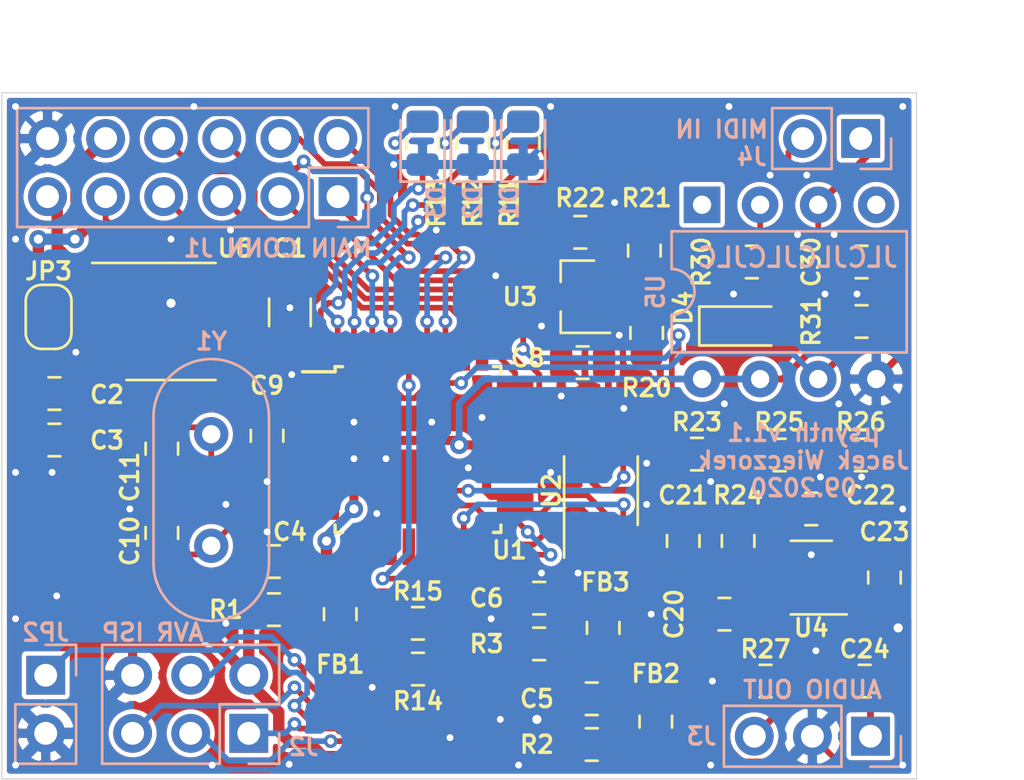
<source format=kicad_pcb>
(kicad_pcb (version 20171130) (host pcbnew 5.1.6)
  (title_block (title "DS-50 Digital Synthesizer") (date 2020-03-19) (rev 2) (company "Jacek Wieczorek"))
  (layers (0 F.Cu signal) (31 B.Cu signal) (34 B.Paste user hide) (35 F.Paste user hide) (36 B.SilkS user) (37 F.SilkS user) (38 B.Mask user hide) (39 F.Mask user hide) (44 Edge.Cuts user hide))
  (net 0 "")
  (net 1 GND)
  (net 2 +5V)
  (net 3 "Net-(C10-Pad2)")
  (net 4 "Net-(D1-Pad2)")
  (net 5 "Net-(D2-Pad2)")
  (net 6 "Net-(D3-Pad2)")
  (net 7 "Net-(D4-Pad2)")
  (net 8 /AUDIO_OUT)
  (net 9 /RX)
  (net 10 /TX)
  (net 11 /RESET)
  (net 12 /SCL)
  (net 13 /SDA)
  (net 14 /ADC3)
  (net 15 /ADC2)
  (net 16 /ADC1)
  (net 17 /ADC0)
  (net 18 /SCK)
  (net 19 /MISO)
  (net 20 /MOSI)
  (net 21 /LED_1)
  (net 22 /LED_2)
  (net 23 /LED_3)
  (net 24 /SEL_2)
  (net 25 "Net-(FB3-Pad2)")
  (net 26 "Net-(C1-Pad2)")
  (net 27 +5VD)
  (net 28 /+5VA)
  (net 29 /+5VDAC)
  (net 30 /VREF)
  (net 31 "Net-(C11-Pad2)")
  (net 32 "Net-(C21-Pad1)")
  (net 33 "Net-(C22-Pad2)")
  (net 34 "Net-(C22-Pad1)")
  (net 35 "Net-(C23-Pad1)")
  (net 36 "Net-(D4-Pad1)")
  (net 37 "Net-(FB1-Pad2)")
  (net 38 "Net-(FB2-Pad2)")
  (net 39 "Net-(J4-Pad2)")
  (net 40 "Net-(R21-Pad1)")
  (net 41 /~CS)
  (net 42 /~LDAC)
  (net 43 /DAC_OUT)
  (module LED_SMD:LED_0805_2012Metric (layer B.Cu) (at 138.4 62.2 90)
    (fp_text reference D3 (at -2.6 0.6 90) (layer B.SilkS) (effects (font (size 0.75 0.75)) (justify mirror)))
    (fp_text value GRN)
    (pad 2 smd roundrect (at 0.9375 0 90) (size 0.975 1.4) (layers B.Cu B.Paste B.Mask) (net 6 "Net-(D3-Pad2)"))
    (pad 1 smd roundrect (at -0.9375 0 90) (size 0.975 1.4) (layers B.Cu B.Paste B.Mask) (net 1 GND))
  )
  (module Capacitor_SMD:C_0805_2012Metric (layer F.Cu) (at 131.6 75 90)
    (fp_text reference C9 (at 2.2 0 180) (layer F.SilkS) (effects (font (size 0.75 0.75))))
    (fp_text value 100n)
    (pad 2 smd roundrect (at 0.9375 0 90) (size 0.975 1.4) (layers F.Cu F.Paste F.Mask) (net 27 +5VD))
    (pad 1 smd roundrect (at -0.9375 0 90) (size 0.975 1.4) (layers F.Cu F.Paste F.Mask) (net 1 GND))
  )
  (module Resistor_SMD:R_0805_2012Metric (layer F.Cu) (at 138.2 85.2 180)
    (fp_text reference R14 (at 0 -1.4) (layer F.SilkS) (effects (font (size 0.75 0.75))))
    (fp_text value 10k)
    (pad 2 smd roundrect (at 0.9375 0 180) (size 0.975 1.4) (layers F.Cu F.Paste F.Mask) (net 27 +5VD))
    (pad 1 smd roundrect (at -0.9375 0 180) (size 0.975 1.4) (layers F.Cu F.Paste F.Mask) (net 11 /RESET))
  )
  (module Package_TO_SOT_SMD:SOT-23 (layer F.Cu) (at 145.2 68.918 180)
    (fp_text reference U3 (at 2.54 0 180) (layer F.SilkS) (effects (font (size 0.75 0.75))))
    (fp_text value TL431DBZ)
    (pad 3 smd rect (at 1 0 180) (size 0.9 0.8) (layers F.Cu F.Paste F.Mask) (net 1 GND))
    (pad 2 smd rect (at -1 0.95 180) (size 0.9 0.8) (layers F.Cu F.Paste F.Mask) (net 40 "Net-(R21-Pad1)"))
    (pad 1 smd rect (at -1 -0.95 180) (size 0.9 0.8) (layers F.Cu F.Paste F.Mask) (net 30 /VREF))
  )
  (module Resistor_SMD:R_0805_2012Metric (layer F.Cu) (at 148.1 66.9 270)
    (fp_text reference R21 (at -2.3 -0.1) (layer F.SilkS) (effects (font (size 0.75 0.75))))
    (fp_text value 2k)
    (pad 2 smd roundrect (at 0.9375 0 270) (size 0.975 1.4) (layers F.Cu F.Paste F.Mask) (net 30 /VREF))
    (pad 1 smd roundrect (at -0.9375 0 270) (size 0.975 1.4) (layers F.Cu F.Paste F.Mask) (net 40 "Net-(R21-Pad1)"))
  )
  (module Resistor_SMD:R_0805_2012Metric (layer F.Cu) (at 145.3 66.1)
    (fp_text reference R22 (at 0 -1.5) (layer F.SilkS) (effects (font (size 0.75 0.75))))
    (fp_text value 10k)
    (pad 2 smd roundrect (at 0.9375 0) (size 0.975 1.4) (layers F.Cu F.Paste F.Mask) (net 40 "Net-(R21-Pad1)"))
    (pad 1 smd roundrect (at -0.9375 0) (size 0.975 1.4) (layers F.Cu F.Paste F.Mask) (net 1 GND))
  )
  (module Resistor_SMD:R_0805_2012Metric (layer F.Cu) (at 148.2 70.5 270)
    (fp_text reference R20 (at 2.403 0) (layer F.SilkS) (effects (font (size 0.75 0.75))))
    (fp_text value 1k)
    (pad 2 smd roundrect (at 0.9375 0 270) (size 0.975 1.4) (layers F.Cu F.Paste F.Mask) (net 28 /+5VA))
    (pad 1 smd roundrect (at -0.9375 0 270) (size 0.975 1.4) (layers F.Cu F.Paste F.Mask) (net 30 /VREF))
  )
  (module Resistor_SMD:R_0805_2012Metric (layer F.Cu) (at 143.5 84.1 180)
    (fp_text reference R3 (at 2.3 0) (layer F.SilkS) (effects (font (size 0.75 0.75))))
    (fp_text value 1)
    (pad 2 smd roundrect (at 0.9375 0 180) (size 0.975 1.4) (layers F.Cu F.Paste F.Mask) (net 2 +5V))
    (pad 1 smd roundrect (at -0.9375 0 180) (size 0.975 1.4) (layers F.Cu F.Paste F.Mask) (net 25 "Net-(FB3-Pad2)"))
  )
  (module Resistor_SMD:R_0805_2012Metric (layer F.Cu) (at 145.8 88.5 180)
    (fp_text reference R2 (at 2.4 0) (layer F.SilkS) (effects (font (size 0.75 0.75))))
    (fp_text value 1)
    (pad 2 smd roundrect (at 0.9375 0 180) (size 0.975 1.4) (layers F.Cu F.Paste F.Mask) (net 2 +5V))
    (pad 1 smd roundrect (at -0.9375 0 180) (size 0.975 1.4) (layers F.Cu F.Paste F.Mask) (net 38 "Net-(FB2-Pad2)"))
  )
  (module Resistor_SMD:R_0805_2012Metric (layer F.Cu) (at 131.9 82.6 180)
    (fp_text reference R1 (at 2.1 0) (layer F.SilkS) (effects (font (size 0.75 0.75))))
    (fp_text value 1)
    (pad 2 smd roundrect (at 0.9375 0 180) (size 0.975 1.4) (layers F.Cu F.Paste F.Mask) (net 2 +5V))
    (pad 1 smd roundrect (at -0.9375 0 180) (size 0.975 1.4) (layers F.Cu F.Paste F.Mask) (net 37 "Net-(FB1-Pad2)"))
  )
  (module Connector_PinHeader_2.54mm:PinHeader_2x06_P2.54mm_Vertical (layer B.Cu) (at 134.7 64.54 90)
    (fp_text reference J1 (at -2.26 -6.1 -180) (layer B.SilkS) (effects (font (size 0.75 0.75)) (justify mirror)))
    (fp_text value MAIN_CONN)
    (pad 12 thru_hole oval (at 2.54 -12.7 90) (size 1.7 1.7) (drill 1) (layers *.Cu *.Mask) (net 1 GND))
    (pad 11 thru_hole oval (at 0 -12.7 90) (size 1.7 1.7) (drill 1) (layers *.Cu *.Mask) (net 2 +5V))
    (pad 10 thru_hole oval (at 2.54 -10.16 90) (size 1.7 1.7) (drill 1) (layers *.Cu *.Mask) (net 26 "Net-(C1-Pad2)"))
    (pad 9 thru_hole oval (at 0 -10.16 90) (size 1.7 1.7) (drill 1) (layers *.Cu *.Mask) (net 14 /ADC3))
    (pad 8 thru_hole oval (at 2.54 -7.62 90) (size 1.7 1.7) (drill 1) (layers *.Cu *.Mask) (net 10 /TX))
    (pad 7 thru_hole oval (at 0 -7.62 90) (size 1.7 1.7) (drill 1) (layers *.Cu *.Mask) (net 15 /ADC2))
    (pad 6 thru_hole oval (at 2.54 -5.08 90) (size 1.7 1.7) (drill 1) (layers *.Cu *.Mask) (net 9 /RX))
    (pad 5 thru_hole oval (at 0 -5.08 90) (size 1.7 1.7) (drill 1) (layers *.Cu *.Mask) (net 16 /ADC1))
    (pad 4 thru_hole oval (at 2.54 -2.54 90) (size 1.7 1.7) (drill 1) (layers *.Cu *.Mask) (net 12 /SCL))
    (pad 3 thru_hole oval (at 0 -2.54 90) (size 1.7 1.7) (drill 1) (layers *.Cu *.Mask) (net 17 /ADC0))
    (pad 2 thru_hole oval (at 2.54 0 90) (size 1.7 1.7) (drill 1) (layers *.Cu *.Mask) (net 13 /SDA))
    (pad 1 thru_hole rect (at 0 0 90) (size 1.7 1.7) (drill 1) (layers *.Cu *.Mask) (net 8 /AUDIO_OUT))
  )
  (module Inductor_SMD:L_0805_2012Metric (layer F.Cu) (at 146.3 83.4 270)
    (fp_text reference FB3 (at -2 -0.1 180) (layer F.SilkS) (effects (font (size 0.75 0.75))))
    (fp_text value BLM21PG331SN1D)
    (pad 2 smd roundrect (at 0.9375 0 270) (size 0.975 1.4) (layers F.Cu F.Paste F.Mask) (net 25 "Net-(FB3-Pad2)"))
    (pad 1 smd roundrect (at -0.9375 0 270) (size 0.975 1.4) (layers F.Cu F.Paste F.Mask) (net 29 /+5VDAC))
  )
  (module Inductor_SMD:L_0805_2012Metric (layer F.Cu) (at 148.6 87.5 270)
    (fp_text reference FB2 (at -2.1 0 180) (layer F.SilkS) (effects (font (size 0.75 0.75))))
    (fp_text value BLM21PG331SN1D)
    (pad 2 smd roundrect (at 0.9375 0 270) (size 0.975 1.4) (layers F.Cu F.Paste F.Mask) (net 38 "Net-(FB2-Pad2)"))
    (pad 1 smd roundrect (at -0.9375 0 270) (size 0.975 1.4) (layers F.Cu F.Paste F.Mask) (net 28 /+5VA))
  )
  (module Inductor_SMD:L_0805_2012Metric (layer F.Cu) (at 134.8 82.8 270)
    (fp_text reference FB1 (at 2.2 0 180) (layer F.SilkS) (effects (font (size 0.75 0.75))))
    (fp_text value BLM21PG331SN1D)
    (pad 2 smd roundrect (at 0.9375 0 270) (size 0.975 1.4) (layers F.Cu F.Paste F.Mask) (net 37 "Net-(FB1-Pad2)"))
    (pad 1 smd roundrect (at -0.9375 0 270) (size 0.975 1.4) (layers F.Cu F.Paste F.Mask) (net 27 +5VD))
  )
  (module Capacitor_SMD:C_0805_2012Metric (layer F.Cu) (at 143.5 82.1 180)
    (fp_text reference C6 (at 2.3 0) (layer F.SilkS) (effects (font (size 0.75 0.75))))
    (fp_text value 10u)
    (pad 2 smd roundrect (at 0.9375 0 180) (size 0.975 1.4) (layers F.Cu F.Paste F.Mask) (net 1 GND))
    (pad 1 smd roundrect (at -0.9375 0 180) (size 0.975 1.4) (layers F.Cu F.Paste F.Mask) (net 29 /+5VDAC))
  )
  (module Capacitor_SMD:C_0805_2012Metric (layer F.Cu) (at 145.8 86.5 180)
    (fp_text reference C5 (at 2.4 0 180) (layer F.SilkS) (effects (font (size 0.75 0.75))))
    (fp_text value 10u)
    (pad 2 smd roundrect (at 0.9375 0 180) (size 0.975 1.4) (layers F.Cu F.Paste F.Mask) (net 1 GND))
    (pad 1 smd roundrect (at -0.9375 0 180) (size 0.975 1.4) (layers F.Cu F.Paste F.Mask) (net 28 /+5VA))
  )
  (module Capacitor_SMD:C_0805_2012Metric (layer F.Cu) (at 131.9 80.5 180)
    (fp_text reference C4 (at -0.7 1.3) (layer F.SilkS) (effects (font (size 0.75 0.75))))
    (fp_text value 10u)
    (pad 2 smd roundrect (at 0.9375 0 180) (size 0.975 1.4) (layers F.Cu F.Paste F.Mask) (net 1 GND))
    (pad 1 smd roundrect (at -0.9375 0 180) (size 0.975 1.4) (layers F.Cu F.Paste F.Mask) (net 27 +5VD))
  )
  (module Capacitor_SMD:C_1206_3216Metric (layer F.Cu) (at 132.6 69.6 90)
    (fp_text reference C1 (at 2.8 0 180) (layer F.SilkS) (effects (font (size 0.75 0.75))))
    (fp_text value 10u/25V)
    (pad 2 smd roundrect (at 1.4 0 90) (size 1.25 1.75) (layers F.Cu F.Paste F.Mask) (roundrect_rratio 0.2) (net 26 "Net-(C1-Pad2)"))
    (pad 1 smd roundrect (at -1.4 0 90) (size 1.25 1.75) (layers F.Cu F.Paste F.Mask) (roundrect_rratio 0.2) (net 1 GND))
  )
  (module Capacitor_SMD:C_0805_2012Metric (layer F.Cu) (at 145.4 71.8)
    (fp_text reference C8 (at -2.4 -0.2 180) (layer F.SilkS) (effects (font (size 0.75 0.75))))
    (fp_text value 10u)
    (pad 2 smd roundrect (at 0.9375 0) (size 0.975 1.4) (layers F.Cu F.Paste F.Mask) (net 30 /VREF))
    (pad 1 smd roundrect (at -0.9375 0) (size 0.975 1.4) (layers F.Cu F.Paste F.Mask) (net 1 GND))
  )
  (module Resistor_SMD:R_0805_2012Metric (layer F.Cu) (at 152.2 79.6 270)
    (fp_text reference R24 (at -2 0 180) (layer F.SilkS) (effects (font (size 0.75 0.75))))
    (fp_text value 18k)
    (pad 2 smd roundrect (at 0.9375 0 270) (size 0.975 1.4) (layers F.Cu F.Paste F.Mask) (net 28 /+5VA))
    (pad 1 smd roundrect (at -0.9375 0 270) (size 0.975 1.4) (layers F.Cu F.Paste F.Mask) (net 32 "Net-(C21-Pad1)"))
  )
  (module Resistor_SMD:R_0805_2012Metric (layer F.Cu) (at 152.8 67.4)
    (fp_text reference R30 (at -2.2 0 90) (layer F.SilkS) (effects (font (size 0.75 0.75))))
    (fp_text value 220)
    (pad 2 smd roundrect (at 0.9375 0) (size 0.975 1.4) (layers F.Cu F.Paste F.Mask) (net 39 "Net-(J4-Pad2)"))
    (pad 1 smd roundrect (at -0.9375 0) (size 0.975 1.4) (layers F.Cu F.Paste F.Mask) (net 36 "Net-(D4-Pad1)"))
  )
  (module Package_SO:MSOP-8_3x3mm_P0.65mm (layer F.Cu) (at 146.2 77.4 90)
    (fp_text reference U2 (at 0 -2.159 90) (layer F.SilkS) (effects (font (size 0.75 0.75))))
    (fp_text value MCP4921)
    (pad 8 smd roundrect (at 2.1125 -0.975 90) (size 1.625 0.5) (layers F.Cu F.Paste F.Mask) (net 43 /DAC_OUT))
    (pad 7 smd roundrect (at 2.1125 -0.325 90) (size 1.625 0.5) (layers F.Cu F.Paste F.Mask) (net 1 GND))
    (pad 6 smd roundrect (at 2.1125 0.325 90) (size 1.625 0.5) (layers F.Cu F.Paste F.Mask) (net 30 /VREF))
    (pad 5 smd roundrect (at 2.1125 0.975 90) (size 1.625 0.5) (layers F.Cu F.Paste F.Mask) (net 42 /~LDAC))
    (pad 4 smd roundrect (at -2.1125 0.975 90) (size 1.625 0.5) (layers F.Cu F.Paste F.Mask) (net 20 /MOSI))
    (pad 3 smd roundrect (at -2.1125 0.325 90) (size 1.625 0.5) (layers F.Cu F.Paste F.Mask) (net 18 /SCK))
    (pad 2 smd roundrect (at -2.1125 -0.325 90) (size 1.625 0.5) (layers F.Cu F.Paste F.Mask) (net 41 /~CS))
    (pad 1 smd roundrect (at -2.1125 -0.975 90) (size 1.625 0.5) (layers F.Cu F.Paste F.Mask) (net 29 /+5VDAC))
  )
  (module Diode_SMD:D_SOD-323_HandSoldering (layer F.Cu) (at 152.4 70.2)
    (fp_text reference D4 (at -2.6 -0.8 90) (layer F.SilkS) (effects (font (size 0.75 0.75))))
    (fp_text value 1N4148)
    (pad 2 smd rect (at 1.25 0) (size 1 1) (layers F.Cu F.Paste F.Mask) (net 7 "Net-(D4-Pad2)"))
    (pad 1 smd rect (at -1.25 0) (size 1 1) (layers F.Cu F.Paste F.Mask) (net 36 "Net-(D4-Pad1)"))
  )
  (module LED_SMD:LED_0805_2012Metric (layer B.Cu) (at 140.6 62.2 90)
    (fp_text reference D2 (at -2.6 0 90) (layer B.SilkS) (effects (font (size 0.75 0.75)) (justify mirror)))
    (fp_text value YLW)
    (pad 2 smd roundrect (at 0.9375 0 90) (size 0.975 1.4) (layers B.Cu B.Paste B.Mask) (net 5 "Net-(D2-Pad2)"))
    (pad 1 smd roundrect (at -0.9375 0 90) (size 0.975 1.4) (layers B.Cu B.Paste B.Mask) (net 1 GND))
  )
  (module LED_SMD:LED_0805_2012Metric (layer B.Cu) (at 142.8 62.2 90)
    (fp_text reference D1 (at -2.6 -0.6 90) (layer B.SilkS) (effects (font (size 0.75 0.75)) (justify mirror)))
    (fp_text value RED)
    (pad 2 smd roundrect (at 0.9375 0 90) (size 0.975 1.4) (layers B.Cu B.Paste B.Mask) (net 4 "Net-(D1-Pad2)"))
    (pad 1 smd roundrect (at -0.9375 0 90) (size 0.975 1.4) (layers B.Cu B.Paste B.Mask) (net 1 GND))
  )
  (module Package_QFP:TQFP-32_7x7mm_P0.8mm (layer F.Cu) (at 138.2 75.6)
    (fp_text reference U1 (at 4 4.4) (layer F.SilkS) (effects (font (size 0.75 0.75))))
    (fp_text value ATmega328-AU)
    (pad 32 smd rect (at -2.8 -4.25 90) (size 1.6 0.55) (layers F.Cu F.Paste F.Mask) (net 21 /LED_1))
    (pad 31 smd rect (at -2 -4.25 90) (size 1.6 0.55) (layers F.Cu F.Paste F.Mask) (net 10 /TX))
    (pad 30 smd rect (at -1.2 -4.25 90) (size 1.6 0.55) (layers F.Cu F.Paste F.Mask) (net 9 /RX))
    (pad 29 smd rect (at -0.4 -4.25 90) (size 1.6 0.55) (layers F.Cu F.Paste F.Mask) (net 11 /RESET))
    (pad 28 smd rect (at 0.4 -4.25 90) (size 1.6 0.55) (layers F.Cu F.Paste F.Mask) (net 12 /SCL))
    (pad 27 smd rect (at 1.2 -4.25 90) (size 1.6 0.55) (layers F.Cu F.Paste F.Mask) (net 13 /SDA))
    (pad 26 smd rect (at 2 -4.25 90) (size 1.6 0.55) (layers F.Cu F.Paste F.Mask) (net 14 /ADC3))
    (pad 25 smd rect (at 2.8 -4.25 90) (size 1.6 0.55) (layers F.Cu F.Paste F.Mask) (net 15 /ADC2))
    (pad 24 smd rect (at 4.25 -2.8) (size 1.6 0.55) (layers F.Cu F.Paste F.Mask) (net 16 /ADC1))
    (pad 23 smd rect (at 4.25 -2) (size 1.6 0.55) (layers F.Cu F.Paste F.Mask) (net 17 /ADC0))
    (pad 22 smd rect (at 4.25 -1.2) (size 1.6 0.55) (layers F.Cu F.Paste F.Mask))
    (pad 21 smd rect (at 4.25 -0.4) (size 1.6 0.55) (layers F.Cu F.Paste F.Mask) (net 1 GND))
    (pad 20 smd rect (at 4.25 0.4) (size 1.6 0.55) (layers F.Cu F.Paste F.Mask))
    (pad 19 smd rect (at 4.25 1.2) (size 1.6 0.55) (layers F.Cu F.Paste F.Mask))
    (pad 18 smd rect (at 4.25 2) (size 1.6 0.55) (layers F.Cu F.Paste F.Mask) (net 27 +5VD))
    (pad 17 smd rect (at 4.25 2.8) (size 1.6 0.55) (layers F.Cu F.Paste F.Mask) (net 18 /SCK))
    (pad 16 smd rect (at 2.8 4.25 90) (size 1.6 0.55) (layers F.Cu F.Paste F.Mask) (net 19 /MISO))
    (pad 15 smd rect (at 2 4.25 90) (size 1.6 0.55) (layers F.Cu F.Paste F.Mask) (net 20 /MOSI))
    (pad 14 smd rect (at 1.2 4.25 90) (size 1.6 0.55) (layers F.Cu F.Paste F.Mask) (net 41 /~CS))
    (pad 13 smd rect (at 0.4 4.25 90) (size 1.6 0.55) (layers F.Cu F.Paste F.Mask) (net 42 /~LDAC))
    (pad 12 smd rect (at -0.4 4.25 90) (size 1.6 0.55) (layers F.Cu F.Paste F.Mask))
    (pad 11 smd rect (at -1.2 4.25 90) (size 1.6 0.55) (layers F.Cu F.Paste F.Mask))
    (pad 10 smd rect (at -2 4.25 90) (size 1.6 0.55) (layers F.Cu F.Paste F.Mask))
    (pad 9 smd rect (at -2.8 4.25 90) (size 1.6 0.55) (layers F.Cu F.Paste F.Mask) (net 24 /SEL_2))
    (pad 8 smd rect (at -4.25 2.8) (size 1.6 0.55) (layers F.Cu F.Paste F.Mask) (net 3 "Net-(C10-Pad2)"))
    (pad 7 smd rect (at -4.25 2) (size 1.6 0.55) (layers F.Cu F.Paste F.Mask) (net 31 "Net-(C11-Pad2)"))
    (pad 6 smd rect (at -4.25 1.2) (size 1.6 0.55) (layers F.Cu F.Paste F.Mask) (net 27 +5VD))
    (pad 5 smd rect (at -4.25 0.4) (size 1.6 0.55) (layers F.Cu F.Paste F.Mask) (net 1 GND))
    (pad 4 smd rect (at -4.25 -0.4) (size 1.6 0.55) (layers F.Cu F.Paste F.Mask) (net 27 +5VD))
    (pad 3 smd rect (at -4.25 -1.2) (size 1.6 0.55) (layers F.Cu F.Paste F.Mask) (net 1 GND))
    (pad 2 smd rect (at -4.25 -2) (size 1.6 0.55) (layers F.Cu F.Paste F.Mask) (net 23 /LED_3))
    (pad 1 smd rect (at -4.25 -2.8) (size 1.6 0.55) (layers F.Cu F.Paste F.Mask) (net 22 /LED_2))
  )
  (module Crystal:Crystal_HC49-4H_Vertical (layer B.Cu) (at 129.159 74.93 270)
    (fp_text reference Y1 (at -4.064 0) (layer B.SilkS) (effects (font (size 0.75 0.75)) (justify mirror)))
    (fp_text value 20MHz)
    (pad 2 thru_hole circle (at 4.88 0 270) (size 1.5 1.5) (drill 0.8) (layers *.Cu *.Mask) (net 3 "Net-(C10-Pad2)"))
    (pad 1 thru_hole circle (at 0 0 270) (size 1.5 1.5) (drill 0.8) (layers *.Cu *.Mask) (net 31 "Net-(C11-Pad2)"))
  )
  (module Package_DIP:DIP-8_W7.62mm (layer B.Cu) (at 150.622 64.897 270)
    (fp_text reference U5 (at 3.81 2.032 90) (layer B.SilkS) (effects (font (size 0.75 0.75)) (justify mirror)))
    (fp_text value 6N137)
    (pad 8 thru_hole oval (at 7.62 0 270) (size 1.6 1.6) (drill 0.8) (layers *.Cu *.Mask) (net 27 +5VD))
    (pad 4 thru_hole oval (at 0 -7.62 270) (size 1.6 1.6) (drill 0.8) (layers *.Cu *.Mask))
    (pad 7 thru_hole oval (at 7.62 -2.54 270) (size 1.6 1.6) (drill 0.8) (layers *.Cu *.Mask) (net 27 +5VD))
    (pad 3 thru_hole oval (at 0 -5.08 270) (size 1.6 1.6) (drill 0.8) (layers *.Cu *.Mask) (net 7 "Net-(D4-Pad2)"))
    (pad 6 thru_hole oval (at 7.62 -5.08 270) (size 1.6 1.6) (drill 0.8) (layers *.Cu *.Mask) (net 9 /RX))
    (pad 2 thru_hole oval (at 0 -2.54 270) (size 1.6 1.6) (drill 0.8) (layers *.Cu *.Mask) (net 36 "Net-(D4-Pad1)"))
    (pad 5 thru_hole oval (at 7.62 -7.62 270) (size 1.6 1.6) (drill 0.8) (layers *.Cu *.Mask) (net 1 GND))
    (pad 1 thru_hole rect (at 0 0 270) (size 1.6 1.6) (drill 0.8) (layers *.Cu *.Mask))
  )
  (module Resistor_SMD:R_0805_2012Metric (layer F.Cu) (at 150.4 75.8)
    (fp_text reference R23 (at 0 -1.4 180) (layer F.SilkS) (effects (font (size 0.75 0.75))))
    (fp_text value 1.8k)
    (pad 2 smd roundrect (at 0.9375 0) (size 0.975 1.4) (layers F.Cu F.Paste F.Mask) (net 32 "Net-(C21-Pad1)"))
    (pad 1 smd roundrect (at -0.9375 0) (size 0.975 1.4) (layers F.Cu F.Paste F.Mask) (net 43 /DAC_OUT))
  )
  (module Capacitor_SMD:C_0805_2012Metric (layer F.Cu) (at 149.8 79.6 270)
    (fp_text reference C21 (at -2 0) (layer F.SilkS) (effects (font (size 0.75 0.75))))
    (fp_text value 10n)
    (pad 2 smd roundrect (at 0.9375 0 270) (size 0.975 1.4) (layers F.Cu F.Paste F.Mask) (net 1 GND))
    (pad 1 smd roundrect (at -0.9375 0 270) (size 0.975 1.4) (layers F.Cu F.Paste F.Mask) (net 32 "Net-(C21-Pad1)"))
  )
  (module Connector_PinHeader_2.54mm:PinHeader_1x02_P2.54mm_Vertical (layer B.Cu) (at 157.56 62 90)
    (fp_text reference J4 (at -0.8 -4.76) (layer B.SilkS) (effects (font (size 0.75 0.75)) (justify mirror)))
    (fp_text value MIDI_IN)
    (pad 2 thru_hole oval (at 0 -2.54 90) (size 1.7 1.7) (drill 1) (layers *.Cu *.Mask) (net 39 "Net-(J4-Pad2)"))
    (pad 1 thru_hole rect (at 0 0 90) (size 1.7 1.7) (drill 1) (layers *.Cu *.Mask) (net 7 "Net-(D4-Pad2)"))
  )
  (module Resistor_SMD:R_0805_2012Metric (layer F.Cu) (at 157.572 75.838 180)
    (fp_text reference R26 (at 0 1.438) (layer F.SilkS) (effects (font (size 0.75 0.75))))
    (fp_text value 3k)
    (pad 2 smd roundrect (at 0.9375 0 180) (size 0.975 1.4) (layers F.Cu F.Paste F.Mask) (net 34 "Net-(C22-Pad1)"))
    (pad 1 smd roundrect (at -0.9375 0 180) (size 0.975 1.4) (layers F.Cu F.Paste F.Mask) (net 35 "Net-(C23-Pad1)"))
  )
  (module Resistor_SMD:R_0805_2012Metric (layer F.Cu) (at 154.016 75.838)
    (fp_text reference R25 (at -0.016 -1.438) (layer F.SilkS) (effects (font (size 0.75 0.75))))
    (fp_text value 5.1k)
    (pad 2 smd roundrect (at 0.9375 0) (size 0.975 1.4) (layers F.Cu F.Paste F.Mask) (net 34 "Net-(C22-Pad1)"))
    (pad 1 smd roundrect (at -0.9375 0) (size 0.975 1.4) (layers F.Cu F.Paste F.Mask) (net 32 "Net-(C21-Pad1)"))
  )
  (module Jumper:SolderJumper-2_P1.3mm_Open_RoundedPad1.0x1.5mm (layer F.Cu) (at 122.047 69.8 270)
    (fp_text reference JP3 (at -2 0 180) (layer F.SilkS) (effects (font (size 0.75 0.75))))
    (fp_text value VCC_JUMPER)
    (pad 2 smd custom (at 0.65 0 270) (size 1 0.5) (layers F.Cu F.Mask) (net 2 +5V) (options (clearance outline) (anchor rect)) (primitives (gr_circle (center 0 0.25) (end 0.5 0.25) (width 0)) (gr_circle (center 0 -0.25) (end 0.5 -0.25) (width 0)) (gr_poly (pts (xy 0 -0.75) (xy -0.5 -0.75) (xy -0.5 0.75) (xy 0 0.75)) (width 0))))
    (pad 1 smd custom (at -0.65 0 270) (size 1 0.5) (layers F.Cu F.Mask) (net 26 "Net-(C1-Pad2)") (options (clearance outline) (anchor rect)) (primitives (gr_circle (center 0 0.25) (end 0.5 0.25) (width 0)) (gr_circle (center 0 -0.25) (end 0.5 -0.25) (width 0)) (gr_poly (pts (xy 0 -0.75) (xy 0.5 -0.75) (xy 0.5 0.75) (xy 0 0.75)) (width 0))))
  )
  (module Capacitor_SMD:C_0805_2012Metric (layer F.Cu) (at 157.734 85.725)
    (fp_text reference C24 (at 0 -1.397) (layer F.SilkS) (effects (font (size 0.75 0.75))))
    (fp_text value 10u)
    (pad 2 smd roundrect (at 0.9375 0) (size 0.975 1.4) (layers F.Cu F.Paste F.Mask) (net 33 "Net-(C22-Pad2)"))
    (pad 1 smd roundrect (at -0.9375 0) (size 0.975 1.4) (layers F.Cu F.Paste F.Mask) (net 8 /AUDIO_OUT))
  )
  (module Capacitor_SMD:C_0805_2012Metric (layer F.Cu) (at 151.6 82.8)
    (fp_text reference C20 (at -2.2 0 270) (layer F.SilkS) (effects (font (size 0.75 0.75))))
    (fp_text value 100n)
    (pad 2 smd roundrect (at 0.9375 0) (size 0.975 1.4) (layers F.Cu F.Paste F.Mask) (net 28 /+5VA))
    (pad 1 smd roundrect (at -0.9375 0) (size 0.975 1.4) (layers F.Cu F.Paste F.Mask) (net 1 GND))
  )
  (module Capacitor_SMD:C_0805_2012Metric (layer F.Cu) (at 155.4 78.2 180)
    (fp_text reference C22 (at -2.6 0.6) (layer F.SilkS) (effects (font (size 0.75 0.75))))
    (fp_text value 10n)
    (pad 2 smd roundrect (at 0.9375 0 180) (size 0.975 1.4) (layers F.Cu F.Paste F.Mask) (net 33 "Net-(C22-Pad2)"))
    (pad 1 smd roundrect (at -0.9375 0 180) (size 0.975 1.4) (layers F.Cu F.Paste F.Mask) (net 34 "Net-(C22-Pad1)"))
  )
  (module Capacitor_SMD:C_0805_2012Metric (layer F.Cu) (at 158.6 81.2 270)
    (fp_text reference C23 (at -2 0 180) (layer F.SilkS) (effects (font (size 0.75 0.75))))
    (fp_text value 1.5n)
    (pad 2 smd roundrect (at 0.9375 0 270) (size 0.975 1.4) (layers F.Cu F.Paste F.Mask) (net 1 GND))
    (pad 1 smd roundrect (at -0.9375 0 270) (size 0.975 1.4) (layers F.Cu F.Paste F.Mask) (net 35 "Net-(C23-Pad1)"))
  )
  (module Capacitor_SMD:C_0805_2012Metric (layer F.Cu) (at 122.301 73.152)
    (fp_text reference C2 (at 2.299 0.048) (layer F.SilkS) (effects (font (size 0.75 0.75))))
    (fp_text value 10u)
    (pad 2 smd roundrect (at 0.9375 0) (size 0.975 1.4) (layers F.Cu F.Paste F.Mask) (net 1 GND))
    (pad 1 smd roundrect (at -0.9375 0) (size 0.975 1.4) (layers F.Cu F.Paste F.Mask) (net 2 +5V))
  )
  (module Package_TO_SOT_SMD:SOT-23-5 (layer F.Cu) (at 155.4 81.2 180)
    (fp_text reference U4 (at 0 -2.2 180) (layer F.SilkS) (effects (font (size 0.75 0.75))))
    (fp_text value MCP6001)
    (pad 5 smd rect (at 1.1 -0.95 180) (size 1.06 0.65) (layers F.Cu F.Paste F.Mask) (net 28 /+5VA))
    (pad 4 smd rect (at 1.1 0.95 180) (size 1.06 0.65) (layers F.Cu F.Paste F.Mask) (net 33 "Net-(C22-Pad2)"))
    (pad 3 smd rect (at -1.1 0.95 180) (size 1.06 0.65) (layers F.Cu F.Paste F.Mask) (net 35 "Net-(C23-Pad1)"))
    (pad 2 smd rect (at -1.1 0 180) (size 1.06 0.65) (layers F.Cu F.Paste F.Mask) (net 1 GND))
    (pad 1 smd rect (at -1.1 -0.95 180) (size 1.06 0.65) (layers F.Cu F.Paste F.Mask) (net 33 "Net-(C22-Pad2)"))
  )
  (module Package_SO:SOIC-8_3.9x4.9mm_P1.27mm (layer F.Cu) (at 127.4 70)
    (fp_text reference U6 (at 2.8 -3.2) (layer F.SilkS) (effects (font (size 0.75 0.75))))
    (fp_text value L78L05_SO8)
    (pad 8 smd roundrect (at 2.475 -1.905) (size 1.95 0.6) (layers F.Cu F.Paste F.Mask) (net 26 "Net-(C1-Pad2)"))
    (pad 7 smd roundrect (at 2.475 -0.635) (size 1.95 0.6) (layers F.Cu F.Paste F.Mask) (net 1 GND))
    (pad 6 smd roundrect (at 2.475 0.635) (size 1.95 0.6) (layers F.Cu F.Paste F.Mask) (net 1 GND))
    (pad 5 smd roundrect (at 2.475 1.905) (size 1.95 0.6) (layers F.Cu F.Paste F.Mask))
    (pad 4 smd roundrect (at -2.475 1.905) (size 1.95 0.6) (layers F.Cu F.Paste F.Mask))
    (pad 3 smd roundrect (at -2.475 0.635) (size 1.95 0.6) (layers F.Cu F.Paste F.Mask) (net 1 GND))
    (pad 2 smd roundrect (at -2.475 -0.635) (size 1.95 0.6) (layers F.Cu F.Paste F.Mask) (net 1 GND))
    (pad 1 smd roundrect (at -2.475 -1.905) (size 1.95 0.6) (layers F.Cu F.Paste F.Mask) (net 2 +5V))
  )
  (module Connector_PinHeader_2.54mm:PinHeader_1x03_P2.54mm_Vertical (layer B.Cu) (at 157.988 88.138 90)
    (fp_text reference J3 (at 0 -7.388) (layer B.SilkS) (effects (font (size 0.75 0.75)) (justify mirror)))
    (fp_text value LINE_OUT)
    (pad 3 thru_hole oval (at 0 -5.08 90) (size 1.7 1.7) (drill 1) (layers *.Cu *.Mask) (net 8 /AUDIO_OUT))
    (pad 2 thru_hole oval (at 0 -2.54 90) (size 1.7 1.7) (drill 1) (layers *.Cu *.Mask) (net 1 GND))
    (pad 1 thru_hole rect (at 0 0 90) (size 1.7 1.7) (drill 1) (layers *.Cu *.Mask) (net 8 /AUDIO_OUT))
  )
  (module Connector_PinHeader_2.54mm:PinHeader_2x03_P2.54mm_Vertical (layer B.Cu) (at 130.8 88.011 90)
    (fp_text reference J2 (at -0.589 2.4) (layer B.SilkS) (effects (font (size 0.75 0.75)) (justify mirror)))
    (fp_text value AVR-ISP-6)
    (pad 6 thru_hole oval (at 2.54 -5.08 90) (size 1.7 1.7) (drill 1) (layers *.Cu *.Mask) (net 1 GND))
    (pad 5 thru_hole oval (at 0 -5.08 90) (size 1.7 1.7) (drill 1) (layers *.Cu *.Mask) (net 11 /RESET))
    (pad 4 thru_hole oval (at 2.54 -2.54 90) (size 1.7 1.7) (drill 1) (layers *.Cu *.Mask) (net 20 /MOSI))
    (pad 3 thru_hole oval (at 0 -2.54 90) (size 1.7 1.7) (drill 1) (layers *.Cu *.Mask) (net 18 /SCK))
    (pad 2 thru_hole oval (at 2.54 0 90) (size 1.7 1.7) (drill 1) (layers *.Cu *.Mask) (net 2 +5V))
    (pad 1 thru_hole rect (at 0 0 90) (size 1.7 1.7) (drill 1) (layers *.Cu *.Mask) (net 19 /MISO))
  )
  (module Resistor_SMD:R_0805_2012Metric (layer F.Cu) (at 153.4 85.725 180)
    (fp_text reference R27 (at 0 1.397) (layer F.SilkS) (effects (font (size 0.75 0.75))))
    (fp_text value 10k)
    (pad 2 smd roundrect (at 0.9375 0 180) (size 0.975 1.4) (layers F.Cu F.Paste F.Mask) (net 1 GND))
    (pad 1 smd roundrect (at -0.9375 0 180) (size 0.975 1.4) (layers F.Cu F.Paste F.Mask) (net 8 /AUDIO_OUT))
  )
  (module Resistor_SMD:R_0805_2012Metric (layer F.Cu) (at 138.4 62.2 270)
    (fp_text reference R13 (at 2.6 -0.6 270) (layer F.SilkS) (effects (font (size 0.75 0.75))))
    (fp_text value 300)
    (pad 2 smd roundrect (at 0.9375 0 270) (size 0.975 1.4) (layers F.Cu F.Paste F.Mask) (net 23 /LED_3))
    (pad 1 smd roundrect (at -0.9375 0 270) (size 0.975 1.4) (layers F.Cu F.Paste F.Mask) (net 6 "Net-(D3-Pad2)"))
  )
  (module Resistor_SMD:R_0805_2012Metric (layer F.Cu) (at 140.6 62.2 270)
    (fp_text reference R12 (at 2.6 0 270) (layer F.SilkS) (effects (font (size 0.75 0.75))))
    (fp_text value 300)
    (pad 2 smd roundrect (at 0.9375 0 270) (size 0.975 1.4) (layers F.Cu F.Paste F.Mask) (net 22 /LED_2))
    (pad 1 smd roundrect (at -0.9375 0 270) (size 0.975 1.4) (layers F.Cu F.Paste F.Mask) (net 5 "Net-(D2-Pad2)"))
  )
  (module Resistor_SMD:R_0805_2012Metric (layer F.Cu) (at 142.8 62.2 270)
    (fp_text reference R11 (at 2.6 0.6 270) (layer F.SilkS) (effects (font (size 0.75 0.75))))
    (fp_text value 300)
    (pad 2 smd roundrect (at 0.9375 0 270) (size 0.975 1.4) (layers F.Cu F.Paste F.Mask) (net 21 /LED_1))
    (pad 1 smd roundrect (at -0.9375 0 270) (size 0.975 1.4) (layers F.Cu F.Paste F.Mask) (net 4 "Net-(D1-Pad2)"))
  )
  (module Resistor_SMD:R_0805_2012Metric (layer F.Cu) (at 138.2 83.2)
    (fp_text reference R15 (at 0 -1.4) (layer F.SilkS) (effects (font (size 0.75 0.75))))
    (fp_text value 10k)
    (pad 2 smd roundrect (at 0.9375 0) (size 0.975 1.4) (layers F.Cu F.Paste F.Mask) (net 41 /~CS))
    (pad 1 smd roundrect (at -0.9375 0) (size 0.975 1.4) (layers F.Cu F.Paste F.Mask) (net 27 +5VD))
  )
  (module Resistor_SMD:R_0805_2012Metric (layer F.Cu) (at 157.6 70)
    (fp_text reference R31 (at -2.2 0 270) (layer F.SilkS) (effects (font (size 0.75 0.75))))
    (fp_text value 1k)
    (pad 2 smd roundrect (at 0.9375 0) (size 0.975 1.4) (layers F.Cu F.Paste F.Mask) (net 9 /RX))
    (pad 1 smd roundrect (at -0.9375 0) (size 0.975 1.4) (layers F.Cu F.Paste F.Mask) (net 27 +5VD))
  )
  (module Connector_PinHeader_2.54mm:PinHeader_1x02_P2.54mm_Vertical (layer B.Cu) (at 121.92 85.471 180)
    (fp_text reference JP2 (at 0 1.871) (layer B.SilkS) (effects (font (size 0.75 0.75)) (justify mirror)))
    (fp_text value SEL_2)
    (pad 2 thru_hole oval (at 0 -2.54 180) (size 1.7 1.7) (drill 1) (layers *.Cu *.Mask) (net 1 GND))
    (pad 1 thru_hole rect (at 0 0 180) (size 1.7 1.7) (drill 1) (layers *.Cu *.Mask) (net 24 /SEL_2))
  )
  (module Capacitor_SMD:C_0805_2012Metric (layer F.Cu) (at 127 79.248 270)
    (fp_text reference C10 (at 0.352 1.4 270) (layer F.SilkS) (effects (font (size 0.75 0.75))))
    (fp_text value 22p)
    (pad 2 smd roundrect (at 0.9375 0 270) (size 0.975 1.4) (layers F.Cu F.Paste F.Mask) (net 3 "Net-(C10-Pad2)"))
    (pad 1 smd roundrect (at -0.9375 0 270) (size 0.975 1.4) (layers F.Cu F.Paste F.Mask) (net 1 GND))
  )
  (module Capacitor_SMD:C_0805_2012Metric (layer F.Cu) (at 127 75.565 90)
    (fp_text reference C11 (at -1.235 -1.4 270) (layer F.SilkS) (effects (font (size 0.75 0.75))))
    (fp_text value 22p)
    (pad 2 smd roundrect (at 0.9375 0 90) (size 0.975 1.4) (layers F.Cu F.Paste F.Mask) (net 31 "Net-(C11-Pad2)"))
    (pad 1 smd roundrect (at -0.9375 0 90) (size 0.975 1.4) (layers F.Cu F.Paste F.Mask) (net 1 GND))
  )
  (module Capacitor_SMD:C_0805_2012Metric (layer F.Cu) (at 157.6 67.4 180)
    (fp_text reference C30 (at 2.2 0 270) (layer F.SilkS) (effects (font (size 0.75 0.75))))
    (fp_text value 100n)
    (pad 2 smd roundrect (at 0.9375 0 180) (size 0.975 1.4) (layers F.Cu F.Paste F.Mask) (net 27 +5VD))
    (pad 1 smd roundrect (at -0.9375 0 180) (size 0.975 1.4) (layers F.Cu F.Paste F.Mask) (net 1 GND))
  )
  (module Capacitor_SMD:C_0805_2012Metric (layer F.Cu) (at 122.301 75.184)
    (fp_text reference C3 (at 2.299 0.016) (layer F.SilkS) (effects (font (size 0.75 0.75))))
    (fp_text value 10u)
    (pad 2 smd roundrect (at 0.9375 0) (size 0.975 1.4) (layers F.Cu F.Paste F.Mask) (net 1 GND))
    (pad 1 smd roundrect (at -0.9375 0) (size 0.975 1.4) (layers F.Cu F.Paste F.Mask) (net 2 +5V))
  )
  (gr_text "MIDI IN" (at 153.6 61.6) (layer B.SilkS) (effects (font (size 0.75 0.75)) (justify left mirror)))
  (gr_text JLCJLCJLCJLC (at 154.8 67.2) (layer B.SilkS) (effects (font (size 0.85 0.85)) (justify mirror)))
  (gr_text "MAIN CONN" (at 133 66.8) (layer B.SilkS) (effects (font (size 0.75 0.75)) (justify mirror)))
  (gr_text "AUDIO OUT" (at 155.448 86.106) (layer B.SilkS) (effects (font (size 0.75 0.75)) (justify mirror)))
  (gr_text "AVR ISP" (at 126.6 83.6) (layer B.SilkS) (effects (font (size 0.75 0.75)) (justify mirror)))
  (gr_text "µsynth v1.1\nJacek Wieczorek\n09.2020" (at 155.067 76.073) (layer B.SilkS) (effects (font (size 0.75 0.75)) (justify mirror)))
  (gr_line (start 120 90) (end 120 60) (layer Edge.Cuts) (width 0.05))
  (gr_line (start 160 90) (end 120 90) (layer Edge.Cuts) (width 0.05))
  (gr_line (start 160 60) (end 160 90) (layer Edge.Cuts) (width 0.05))
  (gr_line (start 120 60) (end 160 60) (layer Edge.Cuts) (width 0.05))
  (segment (start 133.8875 75.9375) (end 133.95 76) (width 0.4) (layer F.Cu) (net 1))
  (segment (start 131.6 75.9375) (end 133.8875 75.9375) (width 0.4) (layer F.Cu) (net 1))
  (segment (start 149.8 81.9375) (end 150.6625 82.8) (width 0.5) (layer F.Cu) (net 1))
  (segment (start 149.8 80.5375) (end 149.8 81.9375) (width 0.5) (layer F.Cu) (net 1))
  (segment (start 157.6625 81.2) (end 156.5 81.2) (width 0.3) (layer F.Cu) (net 1))
  (segment (start 158.6 82.1375) (end 157.6625 81.2) (width 0.3) (layer F.Cu) (net 1))
  (segment (start 159.30301 68.16551) (end 158.5375 67.4) (width 0.3) (layer F.Cu) (net 1))
  (segment (start 159.30301 71.45599) (end 159.30301 68.16551) (width 0.3) (layer F.Cu) (net 1))
  (segment (start 158.242 72.517) (end 159.30301 71.45599) (width 0.3) (layer F.Cu) (net 1))
  (segment (start 145.875 73.2125) (end 145.875 75.2875) (width 0.3) (layer F.Cu) (net 1))
  (segment (start 144.4625 71.8) (end 145.875 73.2125) (width 0.3) (layer F.Cu) (net 1))
  (via (at 159.2 83.4) (size 0.8) (drill 0.4) (layers F.Cu B.Cu) (net 1))
  (segment (start 158.6 82.8) (end 159.2 83.4) (width 0.3) (layer F.Cu) (net 1))
  (segment (start 158.6 82.1375) (end 158.6 82.8) (width 0.3) (layer F.Cu) (net 1))
  (segment (start 123.18 88.011) (end 125.72 85.471) (width 0.5) (layer B.Cu) (net 1))
  (segment (start 121.92 88.011) (end 123.18 88.011) (width 0.5) (layer B.Cu) (net 1))
  (segment (start 142.5625 82.1) (end 143.428015 82.965515) (width 0.5) (layer F.Cu) (net 1))
  (segment (start 143.428015 82.965515) (end 143.428015 86.228015) (width 0.5) (layer F.Cu) (net 1))
  (segment (start 143.428015 87.371985) (end 143.4 87.4) (width 0.5) (layer F.Cu) (net 1))
  (via (at 143.4 87.4) (size 0.8) (drill 0.4) (layers F.Cu B.Cu) (net 1))
  (segment (start 159.2 84.386) (end 159.2 83.4) (width 0.5) (layer B.Cu) (net 1))
  (segment (start 155.448 88.138) (end 159.2 84.386) (width 0.5) (layer B.Cu) (net 1))
  (segment (start 154.219999 89.366001) (end 155.448 88.138) (width 0.5) (layer F.Cu) (net 1))
  (segment (start 152.318559 89.366001) (end 154.219999 89.366001) (width 0.5) (layer F.Cu) (net 1))
  (segment (start 151.576973 88.624415) (end 152.318559 89.366001) (width 0.5) (layer F.Cu) (net 1))
  (segment (start 151.576973 86.610527) (end 151.576973 88.624415) (width 0.5) (layer F.Cu) (net 1))
  (segment (start 152.4625 85.725) (end 151.576973 86.610527) (width 0.5) (layer F.Cu) (net 1))
  (segment (start 159.2 73.475) (end 158.242 72.517) (width 0.5) (layer B.Cu) (net 1))
  (segment (start 159.2 83.4) (end 159.2 73.475) (width 0.5) (layer B.Cu) (net 1))
  (segment (start 123.2385 75.184) (end 123.2385 73.152) (width 0.5) (layer F.Cu) (net 1))
  (segment (start 132.994598 74.4) (end 132.67801 74.083412) (width 0.5) (layer F.Cu) (net 1))
  (segment (start 133.95 74.4) (end 132.994598 74.4) (width 0.5) (layer F.Cu) (net 1))
  (segment (start 130.52199 73.561206) (end 131.005186 73.07801) (width 0.5) (layer F.Cu) (net 1))
  (segment (start 130.52199 74.85949) (end 130.52199 73.561206) (width 0.5) (layer F.Cu) (net 1))
  (segment (start 131.005186 73.07801) (end 132.67801 73.07801) (width 0.5) (layer F.Cu) (net 1))
  (segment (start 131.6 75.9375) (end 130.52199 74.85949) (width 0.5) (layer F.Cu) (net 1))
  (segment (start 132.67801 74.083412) (end 132.67801 73.07801) (width 0.5) (layer F.Cu) (net 1))
  (segment (start 141.494598 75.2) (end 142.45 75.2) (width 0.5) (layer F.Cu) (net 1))
  (segment (start 140.694598 74.4) (end 141.494598 75.2) (width 0.5) (layer F.Cu) (net 1))
  (segment (start 124.557 76.5025) (end 123.2385 75.184) (width 0.4) (layer F.Cu) (net 1))
  (segment (start 127.254 76.5025) (end 124.557 76.5025) (width 0.4) (layer F.Cu) (net 1))
  (segment (start 130.9625 80.5) (end 130.41149 81.05101) (width 0.5) (layer F.Cu) (net 1))
  (segment (start 143.65 75.2) (end 144.4625 74.3875) (width 0.4) (layer F.Cu) (net 1))
  (segment (start 142.45 75.2) (end 143.65 75.2) (width 0.4) (layer F.Cu) (net 1))
  (via (at 148.4 82.8) (size 0.6) (drill 0.3) (layers F.Cu B.Cu) (net 1))
  (segment (start 150.6625 82.8) (end 148.4 82.8) (width 0.4) (layer F.Cu) (net 1))
  (segment (start 148.4 89.332002) (end 148.366001 89.366001) (width 0.4) (layer B.Cu) (net 1))
  (segment (start 148.4 82.8) (end 148.4 89.332002) (width 0.4) (layer B.Cu) (net 1))
  (segment (start 142.8 63.1375) (end 140.6 63.1375) (width 0.3) (layer B.Cu) (net 1))
  (segment (start 140.6 63.1375) (end 138.4 63.1375) (width 0.3) (layer B.Cu) (net 1))
  (segment (start 136.031999 62.031999) (end 136.031999 60.831999) (width 0.3) (layer B.Cu) (net 1))
  (segment (start 137.1375 63.1375) (end 136.031999 62.031999) (width 0.3) (layer B.Cu) (net 1))
  (segment (start 138.4 63.1375) (end 137.1375 63.1375) (width 0.3) (layer B.Cu) (net 1))
  (segment (start 123.95 70.635) (end 124.925 70.635) (width 0.5) (layer F.Cu) (net 1))
  (segment (start 123.2385 71.3465) (end 123.95 70.635) (width 0.5) (layer F.Cu) (net 1))
  (segment (start 124.925 70.635) (end 124.925 69.365) (width 0.5) (layer F.Cu) (net 1))
  (segment (start 129.875 69.365) (end 129.965 69.365) (width 0.5) (layer F.Cu) (net 1))
  (segment (start 129.875 69.365) (end 129.875 70.635) (width 0.5) (layer F.Cu) (net 1))
  (segment (start 132.235 70.635) (end 132.6 71) (width 0.5) (layer F.Cu) (net 1))
  (segment (start 129.875 70.635) (end 132.235 70.635) (width 0.5) (layer F.Cu) (net 1))
  (segment (start 121.92 88.011) (end 123.295722 89.386722) (width 0.5) (layer B.Cu) (net 1))
  (segment (start 123.295722 89.386722) (end 129.129648 89.386722) (width 0.5) (layer B.Cu) (net 1))
  (segment (start 132.566001 89.366001) (end 132.54528 89.386722) (width 0.25) (layer B.Cu) (net 1))
  (via (at 129.2 89.4) (size 0.6) (drill 0.3) (layers F.Cu B.Cu) (net 1))
  (segment (start 129.186722 89.386722) (end 129.2 89.4) (width 0.25) (layer B.Cu) (net 1))
  (segment (start 129.129648 89.386722) (end 129.186722 89.386722) (width 0.25) (layer B.Cu) (net 1))
  (via (at 132.566001 89.366001) (size 0.6) (drill 0.3) (layers F.Cu B.Cu) (net 1))
  (segment (start 129.2 89.4) (end 129.4 89.4) (width 0.25) (layer B.Cu) (net 1))
  (segment (start 129.4 89.4) (end 129.6 89.6) (width 0.25) (layer B.Cu) (net 1))
  (segment (start 129.6 89.6) (end 132.332002 89.6) (width 0.25) (layer B.Cu) (net 1))
  (segment (start 132.332002 89.6) (end 132.566001 89.366001) (width 0.25) (layer B.Cu) (net 1))
  (via (at 135.4 76) (size 0.6) (drill 0.3) (layers F.Cu B.Cu) (net 1))
  (segment (start 133.95 76) (end 135.4 76) (width 0.3) (layer F.Cu) (net 1))
  (via (at 136.8 76) (size 0.6) (drill 0.3) (layers F.Cu B.Cu) (net 1))
  (segment (start 135.4 76) (end 136.8 76) (width 0.4) (layer B.Cu) (net 1))
  (via (at 135.4 74.4) (size 0.6) (drill 0.3) (layers F.Cu B.Cu) (net 1))
  (segment (start 133.95 74.4) (end 135.4 74.4) (width 0.5) (layer F.Cu) (net 1))
  (segment (start 125.92199 80.686794) (end 126.286206 81.05101) (width 0.5) (layer F.Cu) (net 1))
  (segment (start 125.92199 79.38851) (end 125.92199 80.686794) (width 0.5) (layer F.Cu) (net 1))
  (segment (start 127 78.3105) (end 125.92199 79.38851) (width 0.5) (layer F.Cu) (net 1))
  (segment (start 127 78.3105) (end 127 76.5025) (width 0.5) (layer F.Cu) (net 1))
  (segment (start 135.971999 60.771999) (end 136.031999 60.831999) (width 0.5) (layer B.Cu) (net 1))
  (segment (start 123.228001 60.771999) (end 135.971999 60.771999) (width 0.5) (layer B.Cu) (net 1))
  (segment (start 122 62) (end 123.228001 60.771999) (width 0.5) (layer B.Cu) (net 1))
  (via (at 127.4 66.4) (size 0.6) (drill 0.3) (layers F.Cu B.Cu) (net 1))
  (via (at 130 66) (size 0.6) (drill 0.3) (layers F.Cu B.Cu) (net 1))
  (segment (start 127.8 66) (end 130 66) (width 0.25) (layer B.Cu) (net 1))
  (segment (start 127.4 66.4) (end 127.8 66) (width 0.25) (layer B.Cu) (net 1))
  (via (at 137.1375 63.1375) (size 0.6) (drill 0.3) (layers F.Cu B.Cu) (net 1))
  (via (at 136.4 78.4) (size 0.6) (drill 0.3) (layers F.Cu B.Cu) (net 1))
  (segment (start 136.8 78) (end 136.4 78.4) (width 0.25) (layer F.Cu) (net 1))
  (segment (start 136.8 76) (end 136.8 78) (width 0.25) (layer F.Cu) (net 1))
  (via (at 140.4 76.4) (size 0.6) (drill 0.3) (layers F.Cu B.Cu) (net 1))
  (segment (start 137.2 76.4) (end 140.4 76.4) (width 0.25) (layer F.Cu) (net 1))
  (segment (start 136.8 76) (end 137.2 76.4) (width 0.25) (layer F.Cu) (net 1))
  (segment (start 141 75.8) (end 141 74.2) (width 0.25) (layer B.Cu) (net 1))
  (via (at 141 74.2) (size 0.6) (drill 0.3) (layers F.Cu B.Cu) (net 1))
  (segment (start 140.4 76.4) (end 141 75.8) (width 0.25) (layer B.Cu) (net 1))
  (via (at 138.8 74.4) (size 0.6) (drill 0.3) (layers F.Cu B.Cu) (net 1))
  (segment (start 135.4 74.4) (end 138.8 74.4) (width 0.5) (layer F.Cu) (net 1))
  (segment (start 138.8 74.4) (end 140.694598 74.4) (width 0.5) (layer F.Cu) (net 1))
  (via (at 144.4625 73.2625) (size 0.6) (drill 0.3) (layers F.Cu B.Cu) (net 1))
  (segment (start 144.4625 71.8) (end 144.4625 73.2625) (width 0.4) (layer F.Cu) (net 1))
  (segment (start 144.4625 74.3875) (end 144.4625 73.2625) (width 0.4) (layer F.Cu) (net 1))
  (via (at 144 76.6) (size 0.6) (drill 0.3) (layers F.Cu B.Cu) (net 1))
  (segment (start 144.4625 76.1375) (end 144 76.6) (width 0.4) (layer F.Cu) (net 1))
  (segment (start 144.4625 73.2625) (end 144.4625 76.1375) (width 0.4) (layer F.Cu) (net 1))
  (via (at 147.2 73.8) (size 0.6) (drill 0.3) (layers F.Cu B.Cu) (net 1))
  (segment (start 146.6625 73.2625) (end 147.2 73.8) (width 0.25) (layer B.Cu) (net 1))
  (segment (start 144.4625 73.2625) (end 146.6625 73.2625) (width 0.25) (layer B.Cu) (net 1))
  (via (at 132.6 69.4) (size 0.6) (drill 0.3) (layers F.Cu B.Cu) (net 1))
  (segment (start 132.6 71) (end 132.6 69.4) (width 0.25) (layer F.Cu) (net 1))
  (segment (start 139 66) (end 139 63.7375) (width 0.25) (layer B.Cu) (net 1))
  (segment (start 139 63.7375) (end 138.4 63.1375) (width 0.25) (layer B.Cu) (net 1))
  (via (at 139 66) (size 0.6) (drill 0.3) (layers F.Cu B.Cu) (net 1))
  (segment (start 120.6 63.56) (end 122.1 62.06) (width 0.5) (layer B.Cu) (net 1))
  (segment (start 120.691999 71.708001) (end 120.6 71.616002) (width 0.5) (layer B.Cu) (net 1))
  (segment (start 120.6 71.8) (end 120.691999 71.708001) (width 0.5) (layer B.Cu) (net 1))
  (segment (start 121.92 88.011) (end 120.6 86.691) (width 0.5) (layer B.Cu) (net 1))
  (via (at 120.6 66.4) (size 0.6) (drill 0.3) (layers F.Cu B.Cu) (net 1))
  (segment (start 120.6 71.616002) (end 120.6 66.4) (width 0.5) (layer B.Cu) (net 1))
  (segment (start 120.6 66.4) (end 120.6 63.56) (width 0.5) (layer B.Cu) (net 1))
  (via (at 120.6 76.6) (size 0.6) (drill 0.3) (layers F.Cu B.Cu) (net 1))
  (segment (start 120.6 76.6) (end 120.6 71.8) (width 0.5) (layer B.Cu) (net 1))
  (via (at 120.6 83) (size 0.6) (drill 0.3) (layers F.Cu B.Cu) (net 1))
  (segment (start 120.6 86.691) (end 120.6 83) (width 0.5) (layer B.Cu) (net 1))
  (segment (start 120.6 83) (end 120.6 76.6) (width 0.5) (layer B.Cu) (net 1))
  (via (at 120.6 89.4) (size 0.6) (drill 0.3) (layers F.Cu B.Cu) (net 1))
  (segment (start 121.92 88.08) (end 120.6 89.4) (width 0.5) (layer B.Cu) (net 1))
  (segment (start 121.92 88.011) (end 121.92 88.08) (width 0.5) (layer B.Cu) (net 1))
  (via (at 127.399998 69.2) (size 0.8) (drill 0.4) (layers F.Cu B.Cu) (net 1))
  (segment (start 126.999999 69.599999) (end 127.399998 69.2) (width 0.5) (layer B.Cu) (net 1))
  (segment (start 124.925 69.365) (end 127.234998 69.365) (width 0.5) (layer F.Cu) (net 1))
  (segment (start 124.891997 71.708001) (end 126.999999 69.599999) (width 0.5) (layer B.Cu) (net 1))
  (segment (start 127.4 69.199998) (end 127.399998 69.2) (width 0.25) (layer B.Cu) (net 1))
  (segment (start 120.691999 71.708001) (end 124.891997 71.708001) (width 0.5) (layer B.Cu) (net 1))
  (segment (start 127.4 66.4) (end 127.4 69.199998) (width 0.25) (layer B.Cu) (net 1))
  (segment (start 127.234998 69.365) (end 127.399998 69.2) (width 0.5) (layer F.Cu) (net 1))
  (segment (start 129.875 69.365) (end 127.564998 69.365) (width 0.5) (layer F.Cu) (net 1))
  (segment (start 127.564998 69.365) (end 127.399998 69.2) (width 0.5) (layer F.Cu) (net 1))
  (via (at 122.2 76.6) (size 0.6) (drill 0.3) (layers F.Cu B.Cu) (net 1))
  (segment (start 120.6 76.6) (end 122.2 76.6) (width 0.25) (layer B.Cu) (net 1))
  (via (at 129.8 78) (size 0.6) (drill 0.3) (layers F.Cu B.Cu) (net 1))
  (segment (start 129.4895 78.3105) (end 129.8 78) (width 0.25) (layer F.Cu) (net 1))
  (segment (start 127 78.3105) (end 129.4895 78.3105) (width 0.25) (layer F.Cu) (net 1))
  (via (at 129.8 83.2) (size 0.6) (drill 0.3) (layers F.Cu B.Cu) (net 1))
  (segment (start 129.45101 82.85101) (end 129.8 83.2) (width 0.25) (layer F.Cu) (net 1))
  (segment (start 129.45101 81.05101) (end 129.45101 82.85101) (width 0.25) (layer F.Cu) (net 1))
  (segment (start 126.286206 81.05101) (end 129.45101 81.05101) (width 0.5) (layer F.Cu) (net 1))
  (segment (start 129.45101 81.05101) (end 130.41149 81.05101) (width 0.5) (layer F.Cu) (net 1))
  (via (at 132.67801 72.32199) (size 0.6) (drill 0.3) (layers F.Cu B.Cu) (net 1))
  (segment (start 132.6 71) (end 132.6 72.24398) (width 0.25) (layer F.Cu) (net 1))
  (segment (start 132.6 72.24398) (end 132.67801 72.32199) (width 0.25) (layer F.Cu) (net 1))
  (segment (start 132.67801 72.32199) (end 132.67801 70.87801) (width 0.5) (layer F.Cu) (net 1))
  (segment (start 132.67801 73.07801) (end 132.67801 72.32199) (width 0.5) (layer F.Cu) (net 1))
  (via (at 123.2385 71.3465) (size 0.6) (drill 0.3) (layers F.Cu B.Cu) (net 1))
  (segment (start 123.2385 73.152) (end 123.2385 71.3465) (width 0.4) (layer F.Cu) (net 1))
  (via (at 139.6 88.2) (size 0.6) (drill 0.3) (layers F.Cu B.Cu) (net 1))
  (segment (start 140.4 87.4) (end 139.6 88.2) (width 0.25) (layer B.Cu) (net 1))
  (segment (start 143.4 87.4) (end 140.4 87.4) (width 0.25) (layer B.Cu) (net 1))
  (via (at 141.8 87.4) (size 0.6) (drill 0.3) (layers F.Cu B.Cu) (net 1))
  (segment (start 141 88.2) (end 141.8 87.4) (width 0.25) (layer F.Cu) (net 1))
  (segment (start 139.6 88.2) (end 141 88.2) (width 0.25) (layer F.Cu) (net 1))
  (via (at 131.6 79.2) (size 0.6) (drill 0.3) (layers F.Cu B.Cu) (net 1))
  (segment (start 130.9625 79.8375) (end 131.6 79.2) (width 0.25) (layer F.Cu) (net 1))
  (segment (start 130.9625 80.5) (end 130.9625 79.8375) (width 0.25) (layer F.Cu) (net 1))
  (via (at 131.6 77) (size 0.6) (drill 0.3) (layers F.Cu B.Cu) (net 1))
  (segment (start 131.6 75.9375) (end 131.6 77) (width 0.25) (layer F.Cu) (net 1))
  (via (at 137.2 60.6) (size 0.6) (drill 0.3) (layers F.Cu B.Cu) (net 1))
  (segment (start 123.4 60.6) (end 137.2 60.6) (width 0.25) (layer F.Cu) (net 1))
  (segment (start 122 62) (end 123.4 60.6) (width 0.25) (layer F.Cu) (net 1))
  (via (at 144 60.6) (size 0.6) (drill 0.3) (layers F.Cu B.Cu) (net 1))
  (segment (start 144 61.9375) (end 144 60.6) (width 0.25) (layer B.Cu) (net 1))
  (segment (start 142.8 63.1375) (end 144 61.9375) (width 0.25) (layer B.Cu) (net 1))
  (segment (start 143.6 70.2) (end 143.6 69.518) (width 0.25) (layer F.Cu) (net 1))
  (via (at 143.6 70.2) (size 0.6) (drill 0.3) (layers F.Cu B.Cu) (net 1))
  (segment (start 143.6 69.518) (end 144.2 68.918) (width 0.25) (layer F.Cu) (net 1))
  (segment (start 144.4625 69.1805) (end 144.2 68.918) (width 0.25) (layer F.Cu) (net 1))
  (segment (start 144.4625 71.8) (end 144.4625 69.1805) (width 0.25) (layer F.Cu) (net 1))
  (segment (start 144.3625 68.7555) (end 144.2 68.918) (width 0.25) (layer F.Cu) (net 1))
  (segment (start 144.3625 66.1) (end 144.3625 68.7555) (width 0.25) (layer F.Cu) (net 1))
  (via (at 159.4 60.6) (size 0.6) (drill 0.3) (layers F.Cu B.Cu) (net 1))
  (via (at 151.8 60.6) (size 0.6) (drill 0.3) (layers F.Cu B.Cu) (net 1))
  (segment (start 144 60.6) (end 151.8 60.6) (width 0.25) (layer B.Cu) (net 1))
  (segment (start 151.8 60.6) (end 159.4 60.6) (width 0.25) (layer B.Cu) (net 1))
  (via (at 159.4 89.4) (size 0.6) (drill 0.3) (layers F.Cu B.Cu) (net 1))
  (segment (start 155.448 88.138) (end 156.71 89.4) (width 0.25) (layer F.Cu) (net 1))
  (segment (start 156.71 89.4) (end 159.4 89.4) (width 0.25) (layer F.Cu) (net 1))
  (via (at 120.60001 60.6) (size 0.6) (drill 0.3) (layers F.Cu B.Cu) (net 1))
  (segment (start 122 62) (end 120.60001 60.60001) (width 0.25) (layer B.Cu) (net 1))
  (segment (start 120.60001 60.60001) (end 120.60001 60.6) (width 0.25) (layer B.Cu) (net 1))
  (via (at 146.8 64.8) (size 0.6) (drill 0.3) (layers F.Cu B.Cu) (net 1))
  (segment (start 145.6625 64.8) (end 146.8 64.8) (width 0.25) (layer F.Cu) (net 1))
  (segment (start 144.3625 66.1) (end 145.6625 64.8) (width 0.25) (layer F.Cu) (net 1))
  (via (at 147 70.6) (size 0.6) (drill 0.3) (layers F.Cu B.Cu) (net 1))
  (segment (start 144 70.6) (end 143.6 70.2) (width 0.25) (layer B.Cu) (net 1))
  (segment (start 147 70.6) (end 144 70.6) (width 0.25) (layer B.Cu) (net 1))
  (via (at 148.2 76.2) (size 0.6) (drill 0.3) (layers F.Cu B.Cu) (net 1))
  (segment (start 121.4 83) (end 122.4 82) (width 0.25) (layer B.Cu) (net 1))
  (segment (start 120.6 83) (end 121.4 83) (width 0.25) (layer B.Cu) (net 1))
  (via (at 122.4 82) (size 0.6) (drill 0.3) (layers F.Cu B.Cu) (net 1))
  (segment (start 148.2 74.8) (end 147.2 73.8) (width 0.25) (layer F.Cu) (net 1))
  (segment (start 148.2 76.2) (end 148.2 74.8) (width 0.25) (layer F.Cu) (net 1))
  (segment (start 148.332002 89.4) (end 143.8 89.4) (width 0.5) (layer B.Cu) (net 1))
  (segment (start 148.366001 89.366001) (end 148.332002 89.4) (width 0.5) (layer B.Cu) (net 1))
  (segment (start 143.4 89.2) (end 143.4 87.4) (width 0.5) (layer B.Cu) (net 1))
  (segment (start 148.4 89.4) (end 148.366001 89.366001) (width 0.5) (layer B.Cu) (net 1))
  (segment (start 154.186 89.4) (end 148.4 89.4) (width 0.5) (layer B.Cu) (net 1))
  (segment (start 155.448 88.138) (end 154.186 89.4) (width 0.5) (layer B.Cu) (net 1))
  (via (at 142.6 89.4) (size 0.6) (drill 0.3) (layers F.Cu B.Cu) (net 1))
  (segment (start 143.732002 89.4) (end 142.6 89.4) (width 0.5) (layer B.Cu) (net 1))
  (segment (start 132.566001 89.366001) (end 142.566001 89.366001) (width 0.5) (layer B.Cu) (net 1))
  (segment (start 142.566001 89.366001) (end 142.6 89.4) (width 0.5) (layer B.Cu) (net 1))
  (via (at 151.074998 85.725002) (size 0.6) (drill 0.3) (layers F.Cu B.Cu) (net 1))
  (segment (start 152.4625 85.725) (end 151.075 85.725) (width 0.25) (layer F.Cu) (net 1))
  (segment (start 151.075 85.725) (end 151.074998 85.725002) (width 0.25) (layer F.Cu) (net 1))
  (via (at 155.6 84.4) (size 0.6) (drill 0.3) (layers F.Cu B.Cu) (net 1))
  (via (at 155.8 76.8) (size 0.6) (drill 0.3) (layers F.Cu B.Cu) (net 1))
  (via (at 155.4 80.2) (size 0.6) (drill 0.3) (layers F.Cu B.Cu) (net 1))
  (via (at 151.6 73.6) (size 0.6) (drill 0.3) (layers F.Cu B.Cu) (net 1))
  (segment (start 151.4 73.8) (end 151.6 73.6) (width 0.25) (layer B.Cu) (net 1))
  (segment (start 147.2 73.8) (end 151.4 73.8) (width 0.25) (layer B.Cu) (net 1))
  (segment (start 155.6 80.4) (end 155.4 80.2) (width 0.25) (layer B.Cu) (net 1))
  (segment (start 155.6 84.4) (end 155.6 80.4) (width 0.25) (layer B.Cu) (net 1))
  (segment (start 155.4 77.2) (end 155.8 76.8) (width 0.25) (layer B.Cu) (net 1))
  (segment (start 155.4 80.2) (end 155.4 77.2) (width 0.25) (layer B.Cu) (net 1))
  (segment (start 155.8 76.8) (end 155.8 74.959) (width 0.25) (layer B.Cu) (net 1))
  (via (at 151 77) (size 0.6) (drill 0.3) (layers F.Cu B.Cu) (net 1))
  (via (at 157.6 76.8) (size 0.6) (drill 0.3) (layers F.Cu B.Cu) (net 1))
  (via (at 154.8 66.2) (size 0.6) (drill 0.3) (layers F.Cu B.Cu) (net 1))
  (via (at 156 68.8) (size 0.6) (drill 0.3) (layers F.Cu B.Cu) (net 1))
  (via (at 157.4 68.8) (size 0.6) (drill 0.3) (layers F.Cu B.Cu) (net 1))
  (via (at 156.4 66.2) (size 0.6) (drill 0.3) (layers F.Cu B.Cu) (net 1))
  (segment (start 156 68.8) (end 157.4 68.8) (width 0.25) (layer B.Cu) (net 1))
  (segment (start 154.8 66.2) (end 156.4 66.2) (width 0.25) (layer B.Cu) (net 1))
  (segment (start 157.4 68.5375) (end 158.5375 67.4) (width 0.25) (layer F.Cu) (net 1))
  (segment (start 157.4 68.8) (end 157.4 68.5375) (width 0.25) (layer F.Cu) (net 1))
  (segment (start 157.3375 66.2) (end 158.5375 67.4) (width 0.25) (layer F.Cu) (net 1))
  (segment (start 156.4 66.2) (end 157.3375 66.2) (width 0.25) (layer F.Cu) (net 1))
  (segment (start 150.2 76.2) (end 151 77) (width 0.25) (layer B.Cu) (net 1))
  (segment (start 148.2 76.2) (end 150.2 76.2) (width 0.25) (layer B.Cu) (net 1))
  (segment (start 155.8 76.8) (end 157.6 76.8) (width 0.25) (layer B.Cu) (net 1))
  (via (at 143.6 80.999984) (size 0.6) (drill 0.3) (layers F.Cu B.Cu) (net 1))
  (segment (start 142.5625 82.1) (end 143.6 81.0625) (width 0.25) (layer F.Cu) (net 1))
  (segment (start 143.6 81.0625) (end 143.6 80.999984) (width 0.25) (layer F.Cu) (net 1))
  (segment (start 145.499999 81.299999) (end 145.2 81) (width 0.25) (layer F.Cu) (net 1))
  (segment (start 149.037501 81.299999) (end 145.499999 81.299999) (width 0.25) (layer F.Cu) (net 1))
  (segment (start 149.8 80.5375) (end 149.037501 81.299999) (width 0.25) (layer F.Cu) (net 1))
  (via (at 145.2 81) (size 0.6) (drill 0.3) (layers F.Cu B.Cu) (net 1))
  (segment (start 142.3 82.1) (end 141.4 83) (width 0.25) (layer F.Cu) (net 1))
  (via (at 141.4 83) (size 0.6) (drill 0.3) (layers F.Cu B.Cu) (net 1))
  (segment (start 142.5625 82.1) (end 142.3 82.1) (width 0.25) (layer F.Cu) (net 1))
  (segment (start 143.5 86.5) (end 143.428015 86.428015) (width 0.4) (layer F.Cu) (net 1))
  (segment (start 144.8625 86.5) (end 143.5 86.5) (width 0.4) (layer F.Cu) (net 1))
  (segment (start 143.428015 86.428015) (end 143.428015 87.371985) (width 0.5) (layer F.Cu) (net 1))
  (segment (start 143.428015 86.228015) (end 143.428015 86.428015) (width 0.5) (layer F.Cu) (net 1))
  (via (at 155.2 63.6) (size 0.6) (drill 0.3) (layers F.Cu B.Cu) (net 1))
  (via (at 153.6 63.6) (size 0.6) (drill 0.3) (layers F.Cu B.Cu) (net 1))
  (via (at 156.6 73.6) (size 0.6) (drill 0.3) (layers F.Cu B.Cu) (net 1))
  (segment (start 156.8795 73.8795) (end 156.6 73.6) (width 0.25) (layer B.Cu) (net 1))
  (segment (start 155.8 74.959) (end 156.8795 73.8795) (width 0.25) (layer B.Cu) (net 1))
  (segment (start 156.8795 73.8795) (end 158.242 72.517) (width 0.25) (layer B.Cu) (net 1))
  (segment (start 153.6 63.6) (end 155.2 63.6) (width 0.25) (layer B.Cu) (net 1))
  (segment (start 154.500001 64.299999) (end 155.2 63.6) (width 0.25) (layer B.Cu) (net 1))
  (segment (start 154.500001 65.900001) (end 154.500001 64.299999) (width 0.25) (layer B.Cu) (net 1))
  (segment (start 154.8 66.2) (end 154.500001 65.900001) (width 0.25) (layer B.Cu) (net 1))
  (via (at 136.2 86) (size 0.6) (drill 0.3) (layers F.Cu B.Cu) (net 1))
  (via (at 152 68.8) (size 0.6) (drill 0.3) (layers F.Cu B.Cu) (net 1))
  (via (at 141.6 68) (size 0.6) (drill 0.3) (layers F.Cu B.Cu) (net 1))
  (segment (start 143.282 68) (end 144.2 68.918) (width 0.25) (layer F.Cu) (net 1))
  (segment (start 141.6 68) (end 143.282 68) (width 0.25) (layer F.Cu) (net 1))
  (segment (start 154.6 66.2) (end 154.8 66.2) (width 0.25) (layer B.Cu) (net 1))
  (segment (start 152 68.8) (end 154.6 66.2) (width 0.25) (layer B.Cu) (net 1))
  (via (at 159.4 78.2) (size 0.6) (drill 0.3) (layers F.Cu B.Cu) (net 1))
  (segment (start 138.4 88.2) (end 136.2 86) (width 0.25) (layer B.Cu) (net 1))
  (segment (start 139.6 88.2) (end 138.4 88.2) (width 0.25) (layer B.Cu) (net 1))
  (via (at 148.2 78) (size 0.6) (drill 0.3) (layers F.Cu B.Cu) (net 1))
  (segment (start 148.2 76.2) (end 148.2 78) (width 0.25) (layer B.Cu) (net 1))
  (via (at 125.6 78.2) (size 0.6) (drill 0.3) (layers F.Cu B.Cu) (net 1))
  (segment (start 126.8895 78.2) (end 127 78.3105) (width 0.25) (layer F.Cu) (net 1))
  (segment (start 125.6 78.2) (end 126.8895 78.2) (width 0.25) (layer F.Cu) (net 1))
  (via (at 128.4 60.6) (size 0.6) (drill 0.3) (layers F.Cu B.Cu) (net 1))
  (via (at 151 89.4) (size 0.6) (drill 0.3) (layers F.Cu B.Cu) (net 1))
  (segment (start 142.5625 85.5625) (end 142.5625 84.1) (width 0.5) (layer F.Cu) (net 2))
  (segment (start 130.8 82.7625) (end 130.9625 82.6) (width 0.5) (layer F.Cu) (net 2))
  (segment (start 130.8 85.471) (end 130.8 82.7625) (width 0.5) (layer F.Cu) (net 2))
  (segment (start 121.3635 75.184) (end 121.3635 73.152) (width 0.5) (layer F.Cu) (net 2))
  (segment (start 122.047 72.4685) (end 121.3635 73.152) (width 0.5) (layer F.Cu) (net 2))
  (segment (start 122.047 70.45) (end 122.047 72.4685) (width 0.5) (layer F.Cu) (net 2))
  (segment (start 142.5625 88.2375) (end 142.5 88.3) (width 0.5) (layer F.Cu) (net 2))
  (segment (start 142.5625 85.5625) (end 142.5625 88.2375) (width 0.5) (layer F.Cu) (net 2))
  (segment (start 122.53159 70.45) (end 123.2 69.78159) (width 0.5) (layer F.Cu) (net 2))
  (segment (start 122.047 70.45) (end 122.53159 70.45) (width 0.5) (layer F.Cu) (net 2))
  (segment (start 123.2 69.78159) (end 123.2 68.245) (width 0.5) (layer F.Cu) (net 2))
  (segment (start 122.421999 64.921999) (end 122.1 64.6) (width 0.5) (layer F.Cu) (net 2))
  (segment (start 122.421999 66.773441) (end 122.421999 64.921999) (width 0.5) (layer F.Cu) (net 2))
  (segment (start 123.2 67.551442) (end 122.421999 66.773441) (width 0.5) (layer F.Cu) (net 2))
  (segment (start 130.8 85.471) (end 130.8 85.2) (width 0.5) (layer B.Cu) (net 2))
  (segment (start 141.768989 89.031011) (end 134.056071 89.031011) (width 0.5) (layer F.Cu) (net 2))
  (segment (start 142.5 88.3) (end 141.768989 89.031011) (width 0.5) (layer F.Cu) (net 2))
  (segment (start 130.8 85.77494) (end 130.8 85.471) (width 0.5) (layer F.Cu) (net 2))
  (segment (start 123.295 68.095) (end 123.2 68) (width 0.5) (layer F.Cu) (net 2))
  (segment (start 124.925 68.095) (end 123.295 68.095) (width 0.5) (layer F.Cu) (net 2))
  (segment (start 123.2 68) (end 123.2 67.551442) (width 0.5) (layer F.Cu) (net 2))
  (segment (start 123.2 68.245) (end 123.2 68) (width 0.5) (layer F.Cu) (net 2))
  (segment (start 134.056071 89.031011) (end 133.42506 88.4) (width 0.5) (layer F.Cu) (net 2))
  (segment (start 133.42506 88.4) (end 132.6 88.4) (width 0.5) (layer F.Cu) (net 2))
  (segment (start 132.11253 87.91253) (end 132.11253 87.08747) (width 0.5) (layer F.Cu) (net 2))
  (segment (start 132.6 88.4) (end 132.11253 87.91253) (width 0.5) (layer F.Cu) (net 2))
  (segment (start 132.11253 87.08747) (end 130.8 85.77494) (width 0.5) (layer F.Cu) (net 2))
  (segment (start 130.8 85.471) (end 128.529 83.2) (width 0.5) (layer F.Cu) (net 2))
  (segment (start 128.529 83.2) (end 122.4 83.2) (width 0.5) (layer F.Cu) (net 2))
  (segment (start 122.4 83.2) (end 121.3635 82.1635) (width 0.5) (layer F.Cu) (net 2))
  (segment (start 121.3635 82.1635) (end 121.3635 75.184) (width 0.5) (layer F.Cu) (net 2))
  (segment (start 144.6625 88.3) (end 144.8625 88.5) (width 0.5) (layer F.Cu) (net 2))
  (segment (start 142.5 88.3) (end 144.6625 88.3) (width 0.5) (layer F.Cu) (net 2))
  (segment (start 130.569 78.4) (end 129.159 79.81) (width 0.25) (layer F.Cu) (net 3))
  (segment (start 133.95 78.4) (end 130.569 78.4) (width 0.25) (layer F.Cu) (net 3))
  (segment (start 128.7835 80.1855) (end 129.159 79.81) (width 0.25) (layer F.Cu) (net 3))
  (segment (start 127 80.1855) (end 128.7835 80.1855) (width 0.25) (layer F.Cu) (net 3))
  (via (at 141.6 62.2) (size 0.6) (drill 0.3) (layers F.Cu B.Cu) (net 4))
  (segment (start 142.5375 61.2625) (end 141.6 62.2) (width 0.25) (layer B.Cu) (net 4))
  (segment (start 142.8 61.2625) (end 142.5375 61.2625) (width 0.25) (layer B.Cu) (net 4))
  (segment (start 142.5375 61.2625) (end 141.6 62.2) (width 0.25) (layer F.Cu) (net 4))
  (segment (start 142.8 61.2625) (end 142.5375 61.2625) (width 0.25) (layer F.Cu) (net 4))
  (segment (start 140.3375 61.2625) (end 139.4 62.2) (width 0.25) (layer F.Cu) (net 5))
  (via (at 139.4 62.2) (size 0.6) (drill 0.3) (layers F.Cu B.Cu) (net 5))
  (segment (start 140.6 61.2625) (end 140.3375 61.2625) (width 0.25) (layer F.Cu) (net 5))
  (segment (start 140.3375 61.2625) (end 139.4 62.2) (width 0.25) (layer B.Cu) (net 5))
  (segment (start 140.6 61.2625) (end 140.3375 61.2625) (width 0.25) (layer B.Cu) (net 5))
  (via (at 137.2 62.2) (size 0.6) (drill 0.3) (layers F.Cu B.Cu) (net 6))
  (segment (start 138.1375 61.2625) (end 137.2 62.2) (width 0.25) (layer F.Cu) (net 6))
  (segment (start 138.4 61.2625) (end 138.1375 61.2625) (width 0.25) (layer F.Cu) (net 6))
  (segment (start 138.1375 61.2625) (end 137.2 62.2) (width 0.25) (layer B.Cu) (net 6))
  (segment (start 138.4 61.2625) (end 138.1375 61.2625) (width 0.25) (layer B.Cu) (net 6))
  (segment (start 157.988 62.611) (end 155.702 64.897) (width 0.3) (layer F.Cu) (net 7))
  (segment (start 157.988 61.849) (end 157.988 62.611) (width 0.3) (layer F.Cu) (net 7))
  (segment (start 155.702 68.148) (end 155.702 64.897) (width 0.25) (layer F.Cu) (net 7))
  (segment (start 153.65 70.2) (end 155.702 68.148) (width 0.25) (layer F.Cu) (net 7))
  (segment (start 157.988 86.9165) (end 156.7965 85.725) (width 0.3) (layer F.Cu) (net 8))
  (segment (start 157.988 88.138) (end 157.988 86.9165) (width 0.3) (layer F.Cu) (net 8))
  (segment (start 154.3375 86.7085) (end 152.908 88.138) (width 0.3) (layer F.Cu) (net 8))
  (segment (start 154.3375 85.725) (end 154.3375 86.7085) (width 0.3) (layer F.Cu) (net 8))
  (segment (start 156.7965 85.725) (end 155.525 85.725) (width 0.3) (layer F.Cu) (net 8))
  (segment (start 155.525 85.725) (end 154.3375 85.725) (width 0.3) (layer F.Cu) (net 8))
  (segment (start 137.6 67.8) (end 140.2 67.8) (width 0.25) (layer F.Cu) (net 8))
  (segment (start 134.7 64.9) (end 137.6 67.8) (width 0.25) (layer F.Cu) (net 8))
  (segment (start 134.7 64.54) (end 134.7 64.9) (width 0.25) (layer F.Cu) (net 8))
  (segment (start 144.4 71.6) (end 149 71.6) (width 0.25) (layer B.Cu) (net 8))
  (via (at 149.6 70.6) (size 0.6) (drill 0.3) (layers F.Cu B.Cu) (net 8))
  (via (at 142.8 71.2) (size 0.6) (drill 0.3) (layers F.Cu B.Cu) (net 8))
  (segment (start 142.8 70.4) (end 142.8 71.2) (width 0.25) (layer F.Cu) (net 8))
  (segment (start 142.4 70) (end 142.8 70.4) (width 0.25) (layer F.Cu) (net 8))
  (segment (start 140.2 67.8) (end 142.4 70) (width 0.25) (layer F.Cu) (net 8))
  (segment (start 143.2 71.6) (end 144.4 71.6) (width 0.25) (layer B.Cu) (net 8))
  (segment (start 142.8 71.2) (end 143.2 71.6) (width 0.25) (layer B.Cu) (net 8))
  (segment (start 156.7965 83.7965) (end 156.7965 85.725) (width 0.25) (layer F.Cu) (net 8))
  (segment (start 155.6 82.6) (end 156.7965 83.7965) (width 0.25) (layer F.Cu) (net 8))
  (segment (start 154.530201 81.069799) (end 155.6 82.139598) (width 0.25) (layer F.Cu) (net 8))
  (segment (start 155.6 82.139598) (end 155.6 82.6) (width 0.25) (layer F.Cu) (net 8))
  (segment (start 149.300001 73.730059) (end 149.966931 74.396989) (width 0.25) (layer F.Cu) (net 8))
  (segment (start 153.645314 74.396989) (end 154.2 74.951675) (width 0.25) (layer F.Cu) (net 8))
  (segment (start 153.4 80.8) (end 153.669799 81.069799) (width 0.25) (layer F.Cu) (net 8))
  (segment (start 149.966931 74.396989) (end 153.645314 74.396989) (width 0.25) (layer F.Cu) (net 8))
  (segment (start 154.2 74.951675) (end 154.2 76.8) (width 0.25) (layer F.Cu) (net 8))
  (segment (start 149.6 71.200002) (end 149.300001 71.500001) (width 0.25) (layer F.Cu) (net 8))
  (segment (start 154.2 76.8) (end 153.639598 77.360402) (width 0.25) (layer F.Cu) (net 8))
  (segment (start 153.639598 77.360402) (end 153.639598 79.6) (width 0.25) (layer F.Cu) (net 8))
  (segment (start 153.639598 79.6) (end 153.4 79.839598) (width 0.25) (layer F.Cu) (net 8))
  (segment (start 149.300001 71.500001) (end 149.300001 73.730059) (width 0.25) (layer F.Cu) (net 8))
  (segment (start 153.669799 81.069799) (end 154.530201 81.069799) (width 0.25) (layer F.Cu) (net 8))
  (segment (start 153.4 79.839598) (end 153.4 80.8) (width 0.25) (layer F.Cu) (net 8))
  (segment (start 149.6 71.200002) (end 149.6 70.6) (width 0.25) (layer F.Cu) (net 8))
  (segment (start 149.6 71) (end 149.6 70.6) (width 0.25) (layer B.Cu) (net 8))
  (segment (start 149 71.6) (end 149.6 71) (width 0.25) (layer B.Cu) (net 8))
  (segment (start 158.219 70) (end 158.5375 70) (width 0.3) (layer F.Cu) (net 9))
  (segment (start 155.702 72.517) (end 158.219 70) (width 0.3) (layer F.Cu) (net 9))
  (via (at 137 70) (size 0.6) (drill 0.3) (layers F.Cu B.Cu) (net 9))
  (segment (start 137 70) (end 137 71.35) (width 0.25) (layer F.Cu) (net 9))
  (via (at 135.978012 64.578012) (size 0.6) (drill 0.3) (layers F.Cu B.Cu) (net 9))
  (via (at 133.2 63) (size 0.6) (drill 0.3) (layers F.Cu B.Cu) (net 9))
  (segment (start 133.963001 63.436999) (end 135.752401 63.436999) (width 0.25) (layer B.Cu) (net 9))
  (segment (start 135.978012 63.66261) (end 135.978012 64.578012) (width 0.25) (layer B.Cu) (net 9))
  (segment (start 132.900001 63.299999) (end 130.919999 63.299999) (width 0.25) (layer F.Cu) (net 9))
  (segment (start 135.752401 63.436999) (end 135.978012 63.66261) (width 0.25) (layer B.Cu) (net 9))
  (segment (start 133.963001 63.436999) (end 133.636999 63.436999) (width 0.25) (layer B.Cu) (net 9))
  (segment (start 133.2 63) (end 132.900001 63.299999) (width 0.25) (layer F.Cu) (net 9))
  (segment (start 133.636999 63.436999) (end 133.2 63) (width 0.25) (layer B.Cu) (net 9))
  (segment (start 130.919999 63.299999) (end 129.62 62) (width 0.25) (layer F.Cu) (net 9))
  (segment (start 137 70) (end 136.8 69.8) (width 0.25) (layer B.Cu) (net 9))
  (segment (start 136.8 67.8) (end 137.4 67.2) (width 0.25) (layer B.Cu) (net 9))
  (segment (start 136.8 69.8) (end 136.8 67.8) (width 0.25) (layer B.Cu) (net 9))
  (via (at 137.8 67.2) (size 0.6) (drill 0.3) (layers F.Cu B.Cu) (net 9))
  (segment (start 137.4 67.2) (end 137.8 67.2) (width 0.25) (layer B.Cu) (net 9))
  (segment (start 137.8 67.2) (end 135.978012 65.378012) (width 0.25) (layer F.Cu) (net 9))
  (segment (start 135.978012 65.378012) (end 135.978012 64.578012) (width 0.25) (layer F.Cu) (net 9))
  (segment (start 140.78257 72) (end 140.091285 72.691285) (width 0.25) (layer B.Cu) (net 9))
  (segment (start 149.2 72) (end 140.78257 72) (width 0.25) (layer B.Cu) (net 9))
  (segment (start 154.585 71.4) (end 149.8 71.4) (width 0.25) (layer B.Cu) (net 9))
  (segment (start 155.702 72.517) (end 154.585 71.4) (width 0.25) (layer B.Cu) (net 9))
  (segment (start 149.8 71.4) (end 149.2 72) (width 0.25) (layer B.Cu) (net 9))
  (via (at 140.091285 72.691285) (size 0.6) (drill 0.3) (layers F.Cu B.Cu) (net 9))
  (segment (start 138.708715 72.691285) (end 140.091285 72.691285) (width 0.25) (layer F.Cu) (net 9))
  (segment (start 138.046998 73.353002) (end 138.708715 72.691285) (width 0.25) (layer F.Cu) (net 9))
  (segment (start 137.534558 73.353002) (end 138.046998 73.353002) (width 0.25) (layer F.Cu) (net 9))
  (segment (start 137 72.818444) (end 137.534558 73.353002) (width 0.25) (layer F.Cu) (net 9))
  (segment (start 137 71.35) (end 137 72.818444) (width 0.25) (layer F.Cu) (net 9))
  (segment (start 136.2 70) (end 136.2 71.35) (width 0.25) (layer F.Cu) (net 10))
  (via (at 136.2 70) (size 0.6) (drill 0.3) (layers F.Cu B.Cu) (net 10))
  (via (at 136.207468 68.009196) (size 0.6) (drill 0.3) (layers F.Cu B.Cu) (net 10))
  (segment (start 130.189441 63.436999) (end 131.056999 64.304557) (width 0.25) (layer F.Cu) (net 10))
  (segment (start 131.056999 65.029441) (end 132.071538 66.04398) (width 0.25) (layer F.Cu) (net 10))
  (segment (start 127.18 62.06) (end 128.556999 63.436999) (width 0.25) (layer F.Cu) (net 10))
  (segment (start 128.556999 63.436999) (end 130.189441 63.436999) (width 0.25) (layer F.Cu) (net 10))
  (segment (start 134.242252 66.04398) (end 136.207468 68.009196) (width 0.25) (layer F.Cu) (net 10))
  (segment (start 131.056999 64.304557) (end 131.056999 65.029441) (width 0.25) (layer F.Cu) (net 10))
  (segment (start 132.071538 66.04398) (end 134.242252 66.04398) (width 0.25) (layer F.Cu) (net 10))
  (segment (start 136.2 70) (end 136.2 68.016664) (width 0.25) (layer B.Cu) (net 10))
  (segment (start 136.2 68.016664) (end 136.207468 68.009196) (width 0.25) (layer B.Cu) (net 10))
  (via (at 136.652658 81.24699) (size 0.6) (drill 0.3) (layers F.Cu B.Cu) (net 11))
  (segment (start 137.493594 81.24699) (end 136.652658 81.24699) (width 0.25) (layer F.Cu) (net 11))
  (segment (start 138.381021 82.134417) (end 137.493594 81.24699) (width 0.25) (layer F.Cu) (net 11))
  (segment (start 138.381021 84.443521) (end 138.381021 82.134417) (width 0.25) (layer F.Cu) (net 11))
  (segment (start 139.1375 85.2) (end 138.381021 84.443521) (width 0.25) (layer F.Cu) (net 11))
  (via (at 132.8 86) (size 0.6) (drill 0.3) (layers F.Cu B.Cu) (net 11))
  (via (at 137.8 72.8) (size 0.6) (drill 0.3) (layers F.Cu B.Cu) (net 11))
  (segment (start 137.8 71.35) (end 137.8 72.8) (width 0.25) (layer F.Cu) (net 11))
  (segment (start 136.652658 81.24699) (end 137.8 80.099648) (width 0.25) (layer B.Cu) (net 11))
  (segment (start 137.8 80.099648) (end 137.8 72.8) (width 0.25) (layer B.Cu) (net 11))
  (segment (start 139.1375 85.9) (end 139.1375 85.2) (width 0.25) (layer F.Cu) (net 11))
  (segment (start 137.859489 87.178011) (end 139.1375 85.9) (width 0.25) (layer F.Cu) (net 11))
  (segment (start 135.2 87.178011) (end 137.859489 87.178011) (width 0.25) (layer F.Cu) (net 11))
  (segment (start 135.021989 87) (end 135.2 87.178011) (width 0.25) (layer F.Cu) (net 11))
  (segment (start 133.8 87) (end 135.021989 87) (width 0.25) (layer F.Cu) (net 11))
  (segment (start 132.8 86) (end 133.8 87) (width 0.25) (layer F.Cu) (net 11))
  (segment (start 125.72 88.011) (end 126.931 86.8) (width 0.25) (layer B.Cu) (net 11))
  (segment (start 126.931 86.8) (end 132 86.8) (width 0.25) (layer B.Cu) (net 11))
  (segment (start 132 86.8) (end 132.8 86) (width 0.25) (layer B.Cu) (net 11))
  (segment (start 132.16 62) (end 132.16 62.24) (width 0.25) (layer F.Cu) (net 12))
  (segment (start 138.6 71.35) (end 138.6 70) (width 0.25) (layer F.Cu) (net 12))
  (via (at 138.6 70) (size 0.6) (drill 0.3) (layers F.Cu B.Cu) (net 12))
  (via (at 139.4 67.2) (size 0.6) (drill 0.3) (layers F.Cu B.Cu) (net 12))
  (segment (start 136.531013 64.312571) (end 136.531013 65.396427) (width 0.25) (layer F.Cu) (net 12))
  (segment (start 138.6 70) (end 138.6 68) (width 0.25) (layer B.Cu) (net 12))
  (segment (start 138.6 68) (end 139.4 67.2) (width 0.25) (layer B.Cu) (net 12))
  (segment (start 132.16 62) (end 133 62) (width 0.25) (layer F.Cu) (net 12))
  (segment (start 133 62) (end 134.118989 63.118989) (width 0.25) (layer F.Cu) (net 12))
  (segment (start 134.118989 63.118989) (end 135.337431 63.118989) (width 0.25) (layer F.Cu) (net 12))
  (segment (start 135.337431 63.118989) (end 136.531013 64.312571) (width 0.25) (layer F.Cu) (net 12))
  (segment (start 136.531013 65.396427) (end 137.734586 66.6) (width 0.25) (layer F.Cu) (net 12))
  (segment (start 139.4 67.2) (end 138.6 67.2) (width 0.25) (layer F.Cu) (net 12))
  (segment (start 138.6 67.2) (end 138 66.6) (width 0.25) (layer F.Cu) (net 12))
  (segment (start 137.734586 66.6) (end 138 66.6) (width 0.25) (layer F.Cu) (net 12))
  (via (at 139.4 70) (size 0.6) (drill 0.3) (layers F.Cu B.Cu) (net 13))
  (segment (start 139.4 71.35) (end 139.4 70) (width 0.25) (layer F.Cu) (net 13))
  (segment (start 139.4 68) (end 140.2 67.2) (width 0.25) (layer B.Cu) (net 13))
  (segment (start 139.4 70) (end 139.4 68) (width 0.25) (layer B.Cu) (net 13))
  (via (at 140.2 67.2) (size 0.6) (drill 0.3) (layers F.Cu B.Cu) (net 13))
  (segment (start 137 64.132556) (end 136.487905 63.620461) (width 0.25) (layer F.Cu) (net 13))
  (segment (start 137 65.330828) (end 137 64.132556) (width 0.25) (layer F.Cu) (net 13))
  (segment (start 137.869172 66.2) (end 137 65.330828) (width 0.25) (layer F.Cu) (net 13))
  (segment (start 138.2 66.2) (end 137.869172 66.2) (width 0.25) (layer F.Cu) (net 13))
  (segment (start 138.6 66.6) (end 138.2 66.2) (width 0.25) (layer F.Cu) (net 13))
  (segment (start 139.6 66.6) (end 138.6 66.6) (width 0.25) (layer F.Cu) (net 13))
  (segment (start 140.2 67.2) (end 139.6 66.6) (width 0.25) (layer F.Cu) (net 13))
  (segment (start 134.84999 62) (end 134.7 62) (width 0.25) (layer F.Cu) (net 13))
  (segment (start 136.470451 63.620461) (end 134.84999 62) (width 0.25) (layer F.Cu) (net 13))
  (segment (start 136.487905 63.620461) (end 136.470451 63.620461) (width 0.25) (layer F.Cu) (net 13))
  (segment (start 124.54 64.54) (end 124.54 65.54) (width 0.25) (layer F.Cu) (net 14))
  (segment (start 124.54 65.54) (end 125.31398 66.31398) (width 0.25) (layer F.Cu) (net 14))
  (segment (start 124.64 64.6) (end 124.711364 64.6) (width 0.25) (layer F.Cu) (net 14))
  (segment (start 135.747021 69.4) (end 133.547021 67.2) (width 0.25) (layer F.Cu) (net 14))
  (segment (start 139.618444 69.4) (end 135.747021 69.4) (width 0.25) (layer F.Cu) (net 14))
  (segment (start 140.2 69.981556) (end 139.618444 69.4) (width 0.25) (layer F.Cu) (net 14))
  (segment (start 140.2 71.35) (end 140.2 69.981556) (width 0.25) (layer F.Cu) (net 14))
  (segment (start 125.31398 66.31398) (end 125.71398 66.31398) (width 0.25) (layer F.Cu) (net 14))
  (segment (start 126.6 67.2) (end 127.4 67.2) (width 0.25) (layer F.Cu) (net 14))
  (segment (start 125.71398 66.31398) (end 126.6 67.2) (width 0.25) (layer F.Cu) (net 14))
  (segment (start 133.547021 67.2) (end 127.4 67.2) (width 0.25) (layer F.Cu) (net 14))
  (segment (start 141 70.246968) (end 139.753032 69) (width 0.25) (layer F.Cu) (net 15))
  (segment (start 129.34 66.8) (end 127.08 64.54) (width 0.25) (layer F.Cu) (net 15))
  (segment (start 135.881609 69) (end 133.681609 66.8) (width 0.25) (layer F.Cu) (net 15))
  (segment (start 139.753032 69) (end 135.881609 69) (width 0.25) (layer F.Cu) (net 15))
  (segment (start 141 71.35) (end 141 70.246968) (width 0.25) (layer F.Cu) (net 15))
  (segment (start 133.681609 66.8) (end 129.34 66.8) (width 0.25) (layer F.Cu) (net 15))
  (segment (start 136.016197 68.6) (end 133.838186 66.421989) (width 0.25) (layer F.Cu) (net 16))
  (segment (start 139.88762 68.6) (end 136.016197 68.6) (width 0.25) (layer F.Cu) (net 16))
  (segment (start 141.64381 70.35619) (end 139.88762 68.6) (width 0.25) (layer F.Cu) (net 16))
  (segment (start 131.501989 66.421989) (end 129.62 64.54) (width 0.25) (layer F.Cu) (net 16))
  (segment (start 141.64381 71.44381) (end 141.64381 70.35619) (width 0.25) (layer F.Cu) (net 16))
  (segment (start 142.45 72.25) (end 141.64381 71.44381) (width 0.25) (layer F.Cu) (net 16))
  (segment (start 133.838186 66.421989) (end 131.501989 66.421989) (width 0.25) (layer F.Cu) (net 16))
  (segment (start 142.45 72.8) (end 142.45 72.25) (width 0.25) (layer F.Cu) (net 16))
  (segment (start 137.216716 68.2) (end 134.682685 65.665969) (width 0.25) (layer F.Cu) (net 17))
  (segment (start 142.111104 70.288896) (end 140.022208 68.2) (width 0.25) (layer F.Cu) (net 17))
  (segment (start 140.022208 68.2) (end 137.216716 68.2) (width 0.25) (layer F.Cu) (net 17))
  (segment (start 142.111104 71.311104) (end 142.111104 70.288896) (width 0.25) (layer F.Cu) (net 17))
  (segment (start 142.8 72) (end 142.111104 71.311104) (width 0.25) (layer F.Cu) (net 17))
  (segment (start 143.503001 72.322599) (end 143.180402 72) (width 0.25) (layer F.Cu) (net 17))
  (segment (start 134.682685 65.665969) (end 133.285969 65.665969) (width 0.25) (layer F.Cu) (net 17))
  (segment (start 143.503001 73.596999) (end 143.503001 72.322599) (width 0.25) (layer F.Cu) (net 17))
  (segment (start 143.180402 72) (end 142.8 72) (width 0.25) (layer F.Cu) (net 17))
  (segment (start 143.5 73.6) (end 143.503001 73.596999) (width 0.25) (layer F.Cu) (net 17))
  (segment (start 133.285969 65.665969) (end 132.16 64.54) (width 0.25) (layer F.Cu) (net 17))
  (segment (start 142.45 73.6) (end 143.5 73.6) (width 0.25) (layer F.Cu) (net 17))
  (segment (start 146.525 79.5125) (end 146.525 78.525) (width 0.25) (layer F.Cu) (net 18))
  (segment (start 146.525 78.525) (end 145.6 77.6) (width 0.25) (layer F.Cu) (net 18))
  (segment (start 144.4 77.6) (end 143.6 78.4) (width 0.25) (layer F.Cu) (net 18))
  (segment (start 145.6 77.6) (end 144.4 77.6) (width 0.25) (layer F.Cu) (net 18))
  (segment (start 142.45 78.4) (end 143.6 78.4) (width 0.25) (layer F.Cu) (net 18))
  (segment (start 142.45 78.4) (end 142.45 78.65) (width 0.25) (layer F.Cu) (net 18))
  (via (at 143 79.2) (size 0.6) (drill 0.3) (layers F.Cu B.Cu) (net 18))
  (segment (start 142.45 78.65) (end 143 79.2) (width 0.25) (layer F.Cu) (net 18))
  (via (at 144 80.2) (size 0.6) (drill 0.3) (layers F.Cu B.Cu) (net 18))
  (segment (start 143 79.2) (end 144 80.2) (width 0.25) (layer B.Cu) (net 18))
  (via (at 134.381512 88.35301) (size 0.6) (drill 0.3) (layers F.Cu B.Cu) (net 18))
  (segment (start 128.26 88.011) (end 128.716001 88.011) (width 0.25) (layer B.Cu) (net 18))
  (segment (start 128.716001 88.011) (end 129.905001 89.2) (width 0.25) (layer B.Cu) (net 18))
  (segment (start 129.905001 89.2) (end 131.765558 89.2) (width 0.25) (layer B.Cu) (net 18))
  (segment (start 131.765558 89.2) (end 132.612548 88.35301) (width 0.25) (layer B.Cu) (net 18))
  (segment (start 132.612548 88.35301) (end 134.381512 88.35301) (width 0.25) (layer B.Cu) (net 18))
  (segment (start 140.63403 86.175172) (end 139.90017 86.909032) (width 0.25) (layer F.Cu) (net 18))
  (segment (start 138.44699 88.35301) (end 134.381512 88.35301) (width 0.25) (layer F.Cu) (net 18))
  (segment (start 144 80.2) (end 142.4 80.2) (width 0.25) (layer F.Cu) (net 18))
  (segment (start 142.4 80.2) (end 140.8 81.8) (width 0.25) (layer F.Cu) (net 18))
  (segment (start 140.63403 86.16597) (end 140.63403 86.175172) (width 0.25) (layer F.Cu) (net 18))
  (segment (start 139.890969 86.909032) (end 138.44699 88.35301) (width 0.25) (layer F.Cu) (net 18))
  (segment (start 139.90017 86.909032) (end 139.890969 86.909032) (width 0.25) (layer F.Cu) (net 18))
  (segment (start 140.8 86) (end 140.63403 86.16597) (width 0.25) (layer F.Cu) (net 18))
  (segment (start 140.8 81.8) (end 140.8 86) (width 0.25) (layer F.Cu) (net 18))
  (segment (start 132.389002 88.011) (end 132.800002 87.6) (width 0.25) (layer B.Cu) (net 19))
  (segment (start 130.8 88.011) (end 132.389002 88.011) (width 0.25) (layer B.Cu) (net 19))
  (via (at 132.800002 87.6) (size 0.6) (drill 0.3) (layers F.Cu B.Cu) (net 19))
  (segment (start 140.378009 85.887403) (end 140.256021 86.009391) (width 0.25) (layer F.Cu) (net 19))
  (segment (start 140.25602 86.018594) (end 139.743593 86.531021) (width 0.25) (layer F.Cu) (net 19))
  (segment (start 139.734391 86.531021) (end 138.33138 87.934032) (width 0.25) (layer F.Cu) (net 19))
  (segment (start 141 80.9) (end 140.378009 81.521991) (width 0.25) (layer F.Cu) (net 19))
  (segment (start 138.33138 87.934032) (end 134.758296 87.934032) (width 0.25) (layer F.Cu) (net 19))
  (segment (start 140.256021 86.009391) (end 140.25602 86.018594) (width 0.25) (layer F.Cu) (net 19))
  (segment (start 139.743593 86.531021) (end 139.734391 86.531021) (width 0.25) (layer F.Cu) (net 19))
  (segment (start 140.378009 81.521991) (end 140.378009 85.887403) (width 0.25) (layer F.Cu) (net 19))
  (segment (start 141 79.85) (end 141 80.9) (width 0.25) (layer F.Cu) (net 19))
  (segment (start 132.800002 87.6) (end 133.000002 87.8) (width 0.25) (layer F.Cu) (net 19))
  (segment (start 134.624264 87.8) (end 134.758296 87.934032) (width 0.25) (layer F.Cu) (net 19))
  (segment (start 133.000002 87.8) (end 134.624264 87.8) (width 0.25) (layer F.Cu) (net 19))
  (segment (start 147.175 79.5125) (end 147.175 78.175) (width 0.25) (layer F.Cu) (net 20))
  (via (at 140.2 78.6) (size 0.6) (drill 0.3) (layers F.Cu B.Cu) (net 20))
  (segment (start 140.8 78) (end 140.2 78.6) (width 0.25) (layer B.Cu) (net 20))
  (segment (start 147.2 78) (end 140.8 78) (width 0.25) (layer B.Cu) (net 20))
  (segment (start 140.2 78.6) (end 140.2 79.85) (width 0.25) (layer F.Cu) (net 20))
  (via (at 147.2 78) (size 0.6) (drill 0.3) (layers F.Cu B.Cu) (net 20))
  (via (at 132.8 86.8) (size 0.6) (drill 0.3) (layers F.Cu B.Cu) (net 20))
  (segment (start 139.87801 81.22199) (end 140.2 80.9) (width 0.25) (layer F.Cu) (net 20))
  (segment (start 139.87801 85.862016) (end 139.87801 81.22199) (width 0.25) (layer F.Cu) (net 20))
  (segment (start 139.587016 86.15301) (end 139.87801 85.862016) (width 0.25) (layer F.Cu) (net 20))
  (segment (start 138.174803 87.556021) (end 139.577814 86.15301) (width 0.25) (layer F.Cu) (net 20))
  (segment (start 134.968043 87.556021) (end 138.174803 87.556021) (width 0.25) (layer F.Cu) (net 20))
  (segment (start 140.2 80.9) (end 140.2 79.85) (width 0.25) (layer F.Cu) (net 20))
  (segment (start 139.577814 86.15301) (end 139.587016 86.15301) (width 0.25) (layer F.Cu) (net 20))
  (segment (start 134.812022 87.4) (end 134.968043 87.556021) (width 0.25) (layer F.Cu) (net 20))
  (segment (start 133.4 87.4) (end 134.812022 87.4) (width 0.25) (layer F.Cu) (net 20))
  (segment (start 132.8 86.8) (end 133.4 87.4) (width 0.25) (layer F.Cu) (net 20))
  (segment (start 133.353001 86.246999) (end 132.8 86.8) (width 0.25) (layer B.Cu) (net 20))
  (segment (start 133.353001 85.749755) (end 133.353001 86.246999) (width 0.25) (layer B.Cu) (net 20))
  (segment (start 132.956248 85.353002) (end 133.353001 85.749755) (width 0.25) (layer B.Cu) (net 20))
  (segment (start 132.534558 85.353002) (end 132.956248 85.353002) (width 0.25) (layer B.Cu) (net 20))
  (segment (start 131.381556 84.2) (end 132.534558 85.353002) (width 0.25) (layer B.Cu) (net 20))
  (segment (start 129.129 85.471) (end 130.4 84.2) (width 0.25) (layer B.Cu) (net 20))
  (segment (start 130.4 84.2) (end 131.381556 84.2) (width 0.25) (layer B.Cu) (net 20))
  (segment (start 128.26 85.471) (end 129.129 85.471) (width 0.25) (layer B.Cu) (net 20))
  (segment (start 135.4 70.051223) (end 135.428186 70.023037) (width 0.25) (layer F.Cu) (net 21))
  (via (at 135.428186 70.023037) (size 0.6) (drill 0.3) (layers F.Cu B.Cu) (net 21))
  (segment (start 135.4 71.35) (end 135.4 70.051223) (width 0.25) (layer F.Cu) (net 21))
  (segment (start 138.20409 65.631167) (end 138.368833 65.631167) (width 0.25) (layer F.Cu) (net 21))
  (segment (start 138.368833 65.631167) (end 140 64) (width 0.25) (layer F.Cu) (net 21))
  (segment (start 140 64) (end 141.9375 64) (width 0.25) (layer F.Cu) (net 21))
  (via (at 138.20409 65.631167) (size 0.6) (drill 0.3) (layers F.Cu B.Cu) (net 21))
  (segment (start 141.9375 64) (end 142.8 63.1375) (width 0.25) (layer F.Cu) (net 21))
  (segment (start 135.428186 70.023037) (end 135.428186 68.006402) (width 0.25) (layer B.Cu) (net 21))
  (segment (start 135.428186 68.006402) (end 136.017294 67.417294) (width 0.25) (layer B.Cu) (net 21))
  (segment (start 136.017294 67.417294) (end 136.582706 67.417294) (width 0.25) (layer B.Cu) (net 21))
  (segment (start 138.20409 65.79591) (end 138.20409 65.631167) (width 0.25) (layer B.Cu) (net 21))
  (segment (start 136.582706 67.417294) (end 138.20409 65.79591) (width 0.25) (layer B.Cu) (net 21))
  (via (at 134.716542 69.187963) (size 0.6) (drill 0.3) (layers F.Cu B.Cu) (net 22))
  (segment (start 137.969809 64.909347) (end 138.490653 64.909347) (width 0.25) (layer F.Cu) (net 22))
  (segment (start 140.2625 63.1375) (end 140.6 63.1375) (width 0.25) (layer F.Cu) (net 22))
  (segment (start 138.490653 64.909347) (end 140.2625 63.1375) (width 0.25) (layer F.Cu) (net 22))
  (via (at 137.969809 64.909347) (size 0.6) (drill 0.3) (layers F.Cu B.Cu) (net 22))
  (segment (start 137.904049 64.909347) (end 137.969809 64.909347) (width 0.25) (layer B.Cu) (net 22))
  (segment (start 137.606698 65.206698) (end 137.904049 64.909347) (width 0.25) (layer B.Cu) (net 22))
  (segment (start 137.606698 65.793302) (end 137.606698 65.206698) (width 0.25) (layer B.Cu) (net 22))
  (segment (start 136.393302 67.006698) (end 137.606698 65.793302) (width 0.25) (layer B.Cu) (net 22))
  (segment (start 135.806698 67.006698) (end 136.393302 67.006698) (width 0.25) (layer B.Cu) (net 22))
  (segment (start 135 67.813396) (end 135.806698 67.006698) (width 0.25) (layer B.Cu) (net 22))
  (segment (start 135 68.904505) (end 135 67.813396) (width 0.25) (layer B.Cu) (net 22))
  (segment (start 134.716542 69.187963) (end 135 68.904505) (width 0.25) (layer B.Cu) (net 22))
  (segment (start 133.95 72.8) (end 133.95 69.85) (width 0.25) (layer F.Cu) (net 22))
  (segment (start 133.95 69.85) (end 133.95 70.15) (width 0.25) (layer F.Cu) (net 22))
  (segment (start 133.95 69.85) (end 133.95 69.530241) (width 0.25) (layer F.Cu) (net 22))
  (segment (start 133.95 69.530241) (end 134.292278 69.187963) (width 0.25) (layer F.Cu) (net 22))
  (segment (start 134.292278 69.187963) (end 134.716542 69.187963) (width 0.25) (layer F.Cu) (net 22))
  (segment (start 138.4 64.008673) (end 138.22209 64.186583) (width 0.25) (layer F.Cu) (net 23))
  (segment (start 138.4 63.1375) (end 138.4 64.008673) (width 0.25) (layer F.Cu) (net 23))
  (via (at 138.22209 64.186583) (size 0.6) (drill 0.3) (layers F.Cu B.Cu) (net 23))
  (segment (start 134.6 68.4) (end 134.6 67.6) (width 0.25) (layer B.Cu) (net 23))
  (segment (start 134.6 67.6) (end 135.6 66.6) (width 0.25) (layer B.Cu) (net 23))
  (segment (start 137.905621 64.186583) (end 138.22209 64.186583) (width 0.25) (layer B.Cu) (net 23))
  (segment (start 135.6 66.6) (end 136.2 66.6) (width 0.25) (layer B.Cu) (net 23))
  (segment (start 136.2 66.6) (end 137.146102 65.653898) (width 0.25) (layer B.Cu) (net 23))
  (segment (start 137.146102 65.653898) (end 137.146102 64.946102) (width 0.25) (layer B.Cu) (net 23))
  (segment (start 137.146102 64.946102) (end 137.905621 64.186583) (width 0.25) (layer B.Cu) (net 23))
  (segment (start 134.07882 68.92118) (end 134.6 68.4) (width 0.25) (layer B.Cu) (net 23))
  (segment (start 134.07882 69.332317) (end 134.07882 68.92118) (width 0.25) (layer B.Cu) (net 23))
  (segment (start 134.07882 69.388977) (end 134.689843 70) (width 0.25) (layer B.Cu) (net 23))
  (segment (start 134.07882 69.332317) (end 134.07882 69.388977) (width 0.25) (layer B.Cu) (net 23))
  (segment (start 135 73.6) (end 135.2 73.4) (width 0.25) (layer F.Cu) (net 23))
  (segment (start 135.2 73.4) (end 135.2 72.6) (width 0.25) (layer F.Cu) (net 23))
  (via (at 134.689843 70) (size 0.6) (drill 0.3) (layers F.Cu B.Cu) (net 23))
  (segment (start 135.2 72.6) (end 134.689843 72.089843) (width 0.25) (layer F.Cu) (net 23))
  (segment (start 133.95 73.6) (end 135 73.6) (width 0.25) (layer F.Cu) (net 23))
  (segment (start 134.689843 72.089843) (end 134.689843 70) (width 0.25) (layer F.Cu) (net 23))
  (segment (start 135.4 79.85) (end 135.4 79.6) (width 0.25) (layer F.Cu) (net 24))
  (via (at 132.8 84.8) (size 0.6) (drill 0.3) (layers F.Cu B.Cu) (net 24))
  (segment (start 133.2 85.2) (end 132.8 84.8) (width 0.25) (layer F.Cu) (net 24))
  (segment (start 133.2 85.6) (end 133.2 85.2) (width 0.25) (layer F.Cu) (net 24))
  (segment (start 134.195207 86.595207) (end 133.2 85.6) (width 0.25) (layer F.Cu) (net 24))
  (segment (start 135.195207 86.595207) (end 134.195207 86.595207) (width 0.25) (layer F.Cu) (net 24))
  (segment (start 135.4 86.8) (end 135.195207 86.595207) (width 0.25) (layer F.Cu) (net 24))
  (segment (start 138.00301 82.290994) (end 138.00301 86.39699) (width 0.25) (layer F.Cu) (net 24))
  (segment (start 137.512016 81.8) (end 138.00301 82.290994) (width 0.25) (layer F.Cu) (net 24))
  (segment (start 137.6 86.8) (end 135.4 86.8) (width 0.25) (layer F.Cu) (net 24))
  (segment (start 136.2 81.8) (end 137.512016 81.8) (width 0.25) (layer F.Cu) (net 24))
  (segment (start 138.00301 86.39699) (end 137.6 86.8) (width 0.25) (layer F.Cu) (net 24))
  (segment (start 135.4 81) (end 136.2 81.8) (width 0.25) (layer F.Cu) (net 24))
  (segment (start 135.4 79.85) (end 135.4 81) (width 0.25) (layer F.Cu) (net 24))
  (segment (start 131.8 83.8) (end 132.8 84.8) (width 0.25) (layer B.Cu) (net 24))
  (segment (start 130.2 83.8) (end 131.8 83.8) (width 0.25) (layer B.Cu) (net 24))
  (segment (start 129.632001 84.367999) (end 130.2 83.8) (width 0.25) (layer B.Cu) (net 24))
  (segment (start 123.032001 84.367999) (end 129.632001 84.367999) (width 0.25) (layer B.Cu) (net 24))
  (segment (start 121.929 85.471) (end 123.032001 84.367999) (width 0.25) (layer B.Cu) (net 24))
  (segment (start 121.92 85.471) (end 121.929 85.471) (width 0.25) (layer B.Cu) (net 24))
  (segment (start 144.675 84.3375) (end 144.4375 84.1) (width 0.5) (layer F.Cu) (net 25))
  (segment (start 146.3 84.3375) (end 144.675 84.3375) (width 0.5) (layer F.Cu) (net 25))
  (segment (start 122.1 69.097) (end 122.047 69.15) (width 0.4) (layer F.Cu) (net 26))
  (via (at 121.6 66.4) (size 0.8) (drill 0.4) (layers F.Cu B.Cu) (net 26))
  (via (at 123.2 66.4) (size 0.8) (drill 0.4) (layers F.Cu B.Cu) (net 26))
  (segment (start 121.6 66.4) (end 123.2 66.4) (width 0.5) (layer B.Cu) (net 26))
  (segment (start 123.2 66.4) (end 123.848279 65.751721) (width 0.5) (layer F.Cu) (net 26))
  (segment (start 122.047 67.847) (end 121.6 67.4) (width 0.5) (layer F.Cu) (net 26))
  (segment (start 122.047 69.15) (end 122.047 67.847) (width 0.5) (layer F.Cu) (net 26))
  (segment (start 121.6 67.4) (end 121.6 66.4) (width 0.5) (layer F.Cu) (net 26))
  (segment (start 124.54 62) (end 123.25 63.29) (width 0.5) (layer F.Cu) (net 26))
  (segment (start 123.25 65.153442) (end 123.848279 65.751721) (width 0.5) (layer F.Cu) (net 26))
  (segment (start 123.25 63.29) (end 123.25 65.153442) (width 0.5) (layer F.Cu) (net 26))
  (segment (start 132.495 68.095) (end 132.6 68.2) (width 0.5) (layer F.Cu) (net 26))
  (segment (start 129.875 68.095) (end 132.495 68.095) (width 0.5) (layer F.Cu) (net 26))
  (segment (start 129.875 68.095) (end 126.695 68.095) (width 0.5) (layer F.Cu) (net 26))
  (segment (start 126.695 68.095) (end 125.6 67) (width 0.5) (layer F.Cu) (net 26))
  (segment (start 125.096558 67) (end 125.6 67) (width 0.5) (layer F.Cu) (net 26))
  (segment (start 123.848279 65.751721) (end 125.096558 67) (width 0.5) (layer F.Cu) (net 26))
  (segment (start 132.7375 75.2) (end 131.6 74.0625) (width 0.4) (layer F.Cu) (net 27))
  (segment (start 133.95 75.2) (end 132.7375 75.2) (width 0.4) (layer F.Cu) (net 27))
  (via (at 135.4 78.2) (size 0.8) (drill 0.4) (layers F.Cu B.Cu) (net 27))
  (segment (start 133.95 76.8) (end 135.4 76.8) (width 0.4) (layer F.Cu) (net 27))
  (segment (start 135.4 77.05) (end 135.4 76.8) (width 0.4) (layer F.Cu) (net 27))
  (segment (start 134.8 81.8625) (end 134.2 81.2625) (width 0.5) (layer F.Cu) (net 27))
  (segment (start 134.1 80.5) (end 134.2 80.4) (width 0.5) (layer F.Cu) (net 27))
  (segment (start 132.8375 80.5) (end 134.1 80.5) (width 0.5) (layer F.Cu) (net 27))
  (segment (start 134.2 81.2625) (end 134.2 80.4) (width 0.5) (layer F.Cu) (net 27))
  (segment (start 156.6625 67.4) (end 156.6625 70) (width 0.3) (layer F.Cu) (net 27))
  (segment (start 137.2625 83.2) (end 137.2625 85.2) (width 0.5) (layer F.Cu) (net 27))
  (segment (start 135.4 77.05) (end 135.4 78.2) (width 0.4) (layer F.Cu) (net 27))
  (segment (start 150.622 72.517) (end 153.162 72.517) (width 0.3) (layer B.Cu) (net 27))
  (segment (start 154.1455 72.517) (end 153.162 72.517) (width 0.3) (layer F.Cu) (net 27))
  (segment (start 156.6625 70) (end 154.1455 72.517) (width 0.3) (layer F.Cu) (net 27))
  (via (at 140 75.4) (size 0.8) (drill 0.4) (layers F.Cu B.Cu) (net 27))
  (segment (start 140.6 75.4) (end 141.2 76) (width 0.4) (layer F.Cu) (net 27))
  (segment (start 140 75.4) (end 140.6 75.4) (width 0.4) (layer F.Cu) (net 27))
  (segment (start 142.45 77.6) (end 141.4 77.6) (width 0.4) (layer F.Cu) (net 27))
  (segment (start 141.2 77.4) (end 141.2 76) (width 0.4) (layer F.Cu) (net 27))
  (segment (start 141.4 77.6) (end 141.2 77.4) (width 0.4) (layer F.Cu) (net 27))
  (segment (start 139.8 75.2) (end 140 75.4) (width 0.4) (layer F.Cu) (net 27))
  (via (at 134.2 79.6) (size 0.8) (drill 0.4) (layers F.Cu B.Cu) (net 27))
  (segment (start 134.2 80.4) (end 134.2 79.6) (width 0.5) (layer F.Cu) (net 27))
  (segment (start 134.2 79.6) (end 134.2 79.4) (width 0.4) (layer B.Cu) (net 27))
  (segment (start 134.2 79.4) (end 135.4 78.2) (width 0.4) (layer B.Cu) (net 27))
  (segment (start 140 73.6) (end 140 75.4) (width 0.3) (layer B.Cu) (net 27))
  (segment (start 141.083 72.517) (end 140 73.6) (width 0.3) (layer B.Cu) (net 27))
  (segment (start 150.622 72.517) (end 141.083 72.517) (width 0.3) (layer B.Cu) (net 27))
  (segment (start 135.4 76.8) (end 135.529444 76.8) (width 0.4) (layer F.Cu) (net 27))
  (segment (start 135.529444 76.8) (end 136.028002 76.301442) (width 0.4) (layer F.Cu) (net 27))
  (segment (start 136.028002 76.301442) (end 136.028002 75.698558) (width 0.4) (layer F.Cu) (net 27))
  (segment (start 136.028002 75.228002) (end 136 75.2) (width 0.4) (layer F.Cu) (net 27))
  (segment (start 136.028002 75.698558) (end 136.028002 75.228002) (width 0.4) (layer F.Cu) (net 27))
  (segment (start 136 75.2) (end 139.8 75.2) (width 0.4) (layer F.Cu) (net 27))
  (segment (start 135.4 75.2) (end 136 75.2) (width 0.4) (layer F.Cu) (net 27))
  (segment (start 135.15 75.2) (end 135.4 75.2) (width 0.4) (layer F.Cu) (net 27))
  (segment (start 135.15 75.2) (end 133.95 75.2) (width 0.4) (layer F.Cu) (net 27))
  (segment (start 134.8 81.8625) (end 135.2625 81.8625) (width 0.5) (layer F.Cu) (net 27))
  (segment (start 136.6 83.2) (end 137.2625 83.2) (width 0.5) (layer F.Cu) (net 27))
  (segment (start 135.2625 81.8625) (end 136.6 83.2) (width 0.5) (layer F.Cu) (net 27))
  (segment (start 152.5375 80.875) (end 152.2 80.5375) (width 0.5) (layer F.Cu) (net 28))
  (segment (start 152.5375 82.8) (end 152.5375 80.875) (width 0.5) (layer F.Cu) (net 28))
  (segment (start 153.1875 82.15) (end 152.5375 82.8) (width 0.5) (layer F.Cu) (net 28))
  (segment (start 154.3 82.15) (end 153.1875 82.15) (width 0.5) (layer F.Cu) (net 28))
  (segment (start 151.36875 83.96875) (end 150.23125 83.96875) (width 0.5) (layer F.Cu) (net 28))
  (segment (start 151.36875 83.96875) (end 152.5375 82.8) (width 0.5) (layer F.Cu) (net 28))
  (segment (start 148.6 85.6) (end 148.6 86.3625) (width 0.5) (layer F.Cu) (net 28))
  (segment (start 150.23125 83.96875) (end 148.6 85.6) (width 0.5) (layer F.Cu) (net 28))
  (segment (start 153.2 79.469655) (end 152.2 80.469655) (width 0.3) (layer F.Cu) (net 28))
  (segment (start 153.2 77.154382) (end 153.2 79.469655) (width 0.3) (layer F.Cu) (net 28))
  (segment (start 152.2 80.469655) (end 152.2 80.5375) (width 0.3) (layer F.Cu) (net 28))
  (segment (start 153.2 77.154382) (end 153.821989 76.532393) (width 0.25) (layer F.Cu) (net 28))
  (segment (start 153.821989 76.532393) (end 153.821989 75.143607) (width 0.25) (layer F.Cu) (net 28))
  (segment (start 153.821989 75.143607) (end 153.478382 74.8) (width 0.25) (layer F.Cu) (net 28))
  (segment (start 149.8 74.8) (end 153.478382 74.8) (width 0.3) (layer F.Cu) (net 28))
  (segment (start 148.8 72.1375) (end 148.8 73.8) (width 0.3) (layer F.Cu) (net 28))
  (segment (start 148.8 73.8) (end 149.8 74.8) (width 0.3) (layer F.Cu) (net 28))
  (segment (start 148.1 71.4375) (end 148.8 72.1375) (width 0.3) (layer F.Cu) (net 28))
  (segment (start 148.5375 86.5) (end 148.6 86.5625) (width 0.5) (layer F.Cu) (net 28))
  (segment (start 146.7375 86.5) (end 148.5375 86.5) (width 0.5) (layer F.Cu) (net 28))
  (segment (start 144.8 82.4625) (end 144.4375 82.1) (width 0.5) (layer F.Cu) (net 29))
  (segment (start 146.3 82.4625) (end 144.8 82.4625) (width 0.5) (layer F.Cu) (net 29))
  (segment (start 144.4375 80.833056) (end 144.4375 82.1) (width 0.4) (layer F.Cu) (net 29))
  (segment (start 145.225 79.5125) (end 145.225 80.045556) (width 0.4) (layer F.Cu) (net 29))
  (segment (start 145.225 80.045556) (end 144.4375 80.833056) (width 0.4) (layer F.Cu) (net 29))
  (segment (start 148.1 67.8375) (end 148.1 69.5625) (width 0.3) (layer F.Cu) (net 30))
  (segment (start 146.525 71.9875) (end 146.3375 71.8) (width 0.3) (layer F.Cu) (net 30))
  (segment (start 146.525 75.2875) (end 146.525 71.9875) (width 0.3) (layer F.Cu) (net 30))
  (segment (start 146.2 71.6625) (end 146.3375 71.8) (width 0.3) (layer F.Cu) (net 30))
  (segment (start 146.2 69.868) (end 146.2 71.6625) (width 0.3) (layer F.Cu) (net 30))
  (segment (start 147.7945 69.868) (end 148.1 69.5625) (width 0.3) (layer F.Cu) (net 30))
  (segment (start 146.2 69.868) (end 147.7945 69.868) (width 0.3) (layer F.Cu) (net 30))
  (segment (start 147.8945 69.868) (end 148.2 69.5625) (width 0.3) (layer F.Cu) (net 30))
  (segment (start 146.2 69.868) (end 147.8945 69.868) (width 0.3) (layer F.Cu) (net 30))
  (segment (start 128.8565 74.6275) (end 129.159 74.93) (width 0.25) (layer F.Cu) (net 31))
  (segment (start 127 74.6275) (end 128.8565 74.6275) (width 0.25) (layer F.Cu) (net 31))
  (segment (start 133.95 77.6) (end 130.6 77.6) (width 0.25) (layer F.Cu) (net 31))
  (segment (start 129.159 76.159) (end 129.159 74.93) (width 0.25) (layer F.Cu) (net 31))
  (segment (start 130.6 77.6) (end 129.159 76.159) (width 0.25) (layer F.Cu) (net 31))
  (segment (start 149.8 78.6625) (end 152.2 78.6625) (width 0.3) (layer F.Cu) (net 32))
  (segment (start 153.0405 75.8) (end 153.0785 75.838) (width 0.3) (layer F.Cu) (net 32))
  (segment (start 151.3375 75.8) (end 153.0405 75.8) (width 0.3) (layer F.Cu) (net 32))
  (segment (start 152.2 78.6625) (end 152.6 78.2625) (width 0.3) (layer F.Cu) (net 32))
  (segment (start 153.0785 75.838) (end 153.0785 76.5215) (width 0.3) (layer F.Cu) (net 32))
  (segment (start 153.0785 76.5215) (end 152.6 77) (width 0.3) (layer F.Cu) (net 32))
  (segment (start 152.6 78.2625) (end 152.6 77) (width 0.3) (layer F.Cu) (net 32))
  (segment (start 154.4625 80.0875) (end 154.3 80.25) (width 0.3) (layer F.Cu) (net 33))
  (segment (start 154.4625 78.2) (end 154.4625 80.0875) (width 0.3) (layer F.Cu) (net 33))
  (segment (start 154.3 80.25) (end 156.2 82.15) (width 0.25) (layer F.Cu) (net 33))
  (segment (start 156.2 82.15) (end 156.5 82.15) (width 0.25) (layer F.Cu) (net 33))
  (segment (start 156.5 82.9) (end 156.5 82.15) (width 0.3) (layer F.Cu) (net 33))
  (segment (start 157.2 83.6) (end 156.5 82.9) (width 0.3) (layer F.Cu) (net 33))
  (segment (start 157.2 84.6) (end 157.2 83.6) (width 0.3) (layer F.Cu) (net 33))
  (segment (start 158.325 85.725) (end 157.2 84.6) (width 0.3) (layer F.Cu) (net 33))
  (segment (start 158.6715 85.725) (end 158.325 85.725) (width 0.3) (layer F.Cu) (net 33))
  (segment (start 154.9535 75.838) (end 156.6345 75.838) (width 0.3) (layer F.Cu) (net 34))
  (segment (start 156.6345 77.903) (end 156.3375 78.2) (width 0.3) (layer F.Cu) (net 34))
  (segment (start 156.6345 75.838) (end 156.6345 77.903) (width 0.3) (layer F.Cu) (net 34))
  (segment (start 158.5095 80.172) (end 158.6 80.2625) (width 0.3) (layer F.Cu) (net 35))
  (segment (start 158.5095 75.838) (end 158.5095 80.172) (width 0.3) (layer F.Cu) (net 35))
  (segment (start 158.5875 80.25) (end 158.6 80.2625) (width 0.3) (layer F.Cu) (net 35))
  (segment (start 156.5 80.25) (end 158.5875 80.25) (width 0.3) (layer F.Cu) (net 35))
  (segment (start 151.15 68.1125) (end 151.8625 67.4) (width 0.3) (layer F.Cu) (net 36))
  (segment (start 151.15 70.2) (end 151.15 68.1125) (width 0.3) (layer F.Cu) (net 36))
  (segment (start 153.162 66.1005) (end 151.8625 67.4) (width 0.25) (layer F.Cu) (net 36))
  (segment (start 153.162 64.897) (end 153.162 66.1005) (width 0.25) (layer F.Cu) (net 36))
  (segment (start 133.975 83.7375) (end 132.8375 82.6) (width 0.4) (layer F.Cu) (net 37))
  (segment (start 134.8 83.7375) (end 133.975 83.7375) (width 0.4) (layer F.Cu) (net 37))
  (segment (start 148.5375 88.3) (end 148.6 88.2375) (width 0.5) (layer F.Cu) (net 38))
  (segment (start 148.5375 88.5) (end 148.6 88.4375) (width 0.5) (layer F.Cu) (net 38))
  (segment (start 146.7375 88.5) (end 148.5375 88.5) (width 0.5) (layer F.Cu) (net 38))
  (segment (start 153.7375 66.0625) (end 153.7375 67.4) (width 0.25) (layer F.Cu) (net 39))
  (segment (start 154.4 65.4) (end 153.7375 66.0625) (width 0.25) (layer F.Cu) (net 39))
  (segment (start 155 62) (end 154.4 62.6) (width 0.25) (layer F.Cu) (net 39))
  (segment (start 154.4 62.6) (end 154.4 65.4) (width 0.25) (layer F.Cu) (net 39))
  (segment (start 155.02 62) (end 155 62) (width 0.25) (layer F.Cu) (net 39))
  (segment (start 146.375 65.9625) (end 146.2375 66.1) (width 0.3) (layer F.Cu) (net 40))
  (segment (start 148.1 65.9625) (end 146.375 65.9625) (width 0.3) (layer F.Cu) (net 40))
  (segment (start 146.2 66.1375) (end 146.2375 66.1) (width 0.3) (layer F.Cu) (net 40))
  (segment (start 146.2 67.968) (end 146.2 66.1375) (width 0.3) (layer F.Cu) (net 40))
  (segment (start 145.875 79.5125) (end 145.875 78.7) (width 0.25) (layer F.Cu) (net 41))
  (segment (start 145.875 78.7) (end 145.375 78.2) (width 0.25) (layer F.Cu) (net 41))
  (segment (start 143.265442 79.753002) (end 142.353002 79.753002) (width 0.25) (layer F.Cu) (net 41))
  (segment (start 139.4 78.581558) (end 139.4 79.85) (width 0.25) (layer F.Cu) (net 41))
  (segment (start 145.375 78.2) (end 144.818444 78.2) (width 0.25) (layer F.Cu) (net 41))
  (segment (start 144.818444 78.2) (end 143.265442 79.753002) (width 0.25) (layer F.Cu) (net 41))
  (segment (start 142.353002 79.753002) (end 140.646999 78.046999) (width 0.25) (layer F.Cu) (net 41))
  (segment (start 140.646999 78.046999) (end 139.934559 78.046999) (width 0.25) (layer F.Cu) (net 41))
  (segment (start 139.934559 78.046999) (end 139.4 78.581558) (width 0.25) (layer F.Cu) (net 41))
  (segment (start 139.4 82.9375) (end 139.1375 83.2) (width 0.25) (layer F.Cu) (net 41))
  (segment (start 139.4 79.85) (end 139.4 82.9375) (width 0.25) (layer F.Cu) (net 41))
  (segment (start 147.175 75.2875) (end 147.175 75.375) (width 0.25) (layer F.Cu) (net 42))
  (via (at 147.2 76.8) (size 0.6) (drill 0.3) (layers F.Cu B.Cu) (net 42))
  (segment (start 147.175 76.775) (end 147.2 76.8) (width 0.25) (layer F.Cu) (net 42))
  (segment (start 147.175 75.2875) (end 147.175 76.775) (width 0.25) (layer F.Cu) (net 42))
  (segment (start 147.2 76.8) (end 146.6 77.4) (width 0.25) (layer B.Cu) (net 42))
  (segment (start 146.6 77.4) (end 140.4 77.4) (width 0.25) (layer B.Cu) (net 42))
  (via (at 140.4 77.4) (size 0.6) (drill 0.3) (layers F.Cu B.Cu) (net 42))
  (segment (start 139.8 77.4) (end 140.4 77.4) (width 0.25) (layer F.Cu) (net 42))
  (segment (start 138.6 78.6) (end 139.8 77.4) (width 0.25) (layer F.Cu) (net 42))
  (segment (start 138.6 79.85) (end 138.6 78.6) (width 0.25) (layer F.Cu) (net 42))
  (segment (start 147.884498 77.378002) (end 149.4625 75.8) (width 0.3) (layer F.Cu) (net 43))
  (segment (start 146.178002 77.378002) (end 147.884498 77.378002) (width 0.3) (layer F.Cu) (net 43))
  (segment (start 145.225 76.425) (end 146.178002 77.378002) (width 0.3) (layer F.Cu) (net 43))
  (segment (start 145.225 75.2875) (end 145.225 76.425) (width 0.3) (layer F.Cu) (net 43))
  (zone (net 1) (net_name GND) (layer B.Cu) (connect_pads (clearance 0.2)) (min_thickness 0.254) (fill yes (arc_segments 32) (thermal_gap 0.4) (thermal_bridge_width 0.4) (smoothing fillet))
    (polygon (pts (xy 160 90) (xy 120 90) (xy 120 60) (xy 160 60)))
  )
  (zone (net 1) (net_name GND) (layer F.Cu) (connect_pads (clearance 0.2)) (min_thickness 0.25) (fill yes (arc_segments 32) (thermal_gap 0.4) (thermal_bridge_width 0.4) (smoothing fillet))
    (polygon (pts (xy 160 90) (xy 120 90) (xy 120 60) (xy 160 60)))
  )
)
</source>
